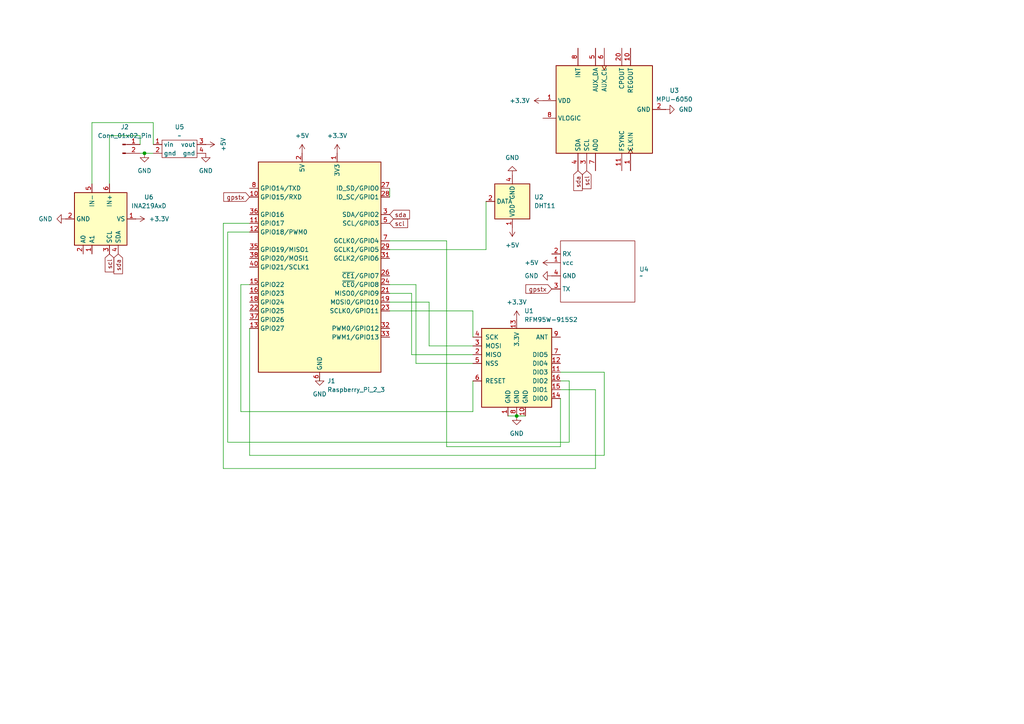
<source format=kicad_sch>
(kicad_sch
	(version 20231120)
	(generator "eeschema")
	(generator_version "8.0")
	(uuid "eb3e5af8-c1c6-480d-9e47-aaa7928caff6")
	(paper "A4")
	(lib_symbols
		(symbol "Connector:Conn_01x02_Pin"
			(pin_names
				(offset 1.016) hide)
			(exclude_from_sim no)
			(in_bom yes)
			(on_board yes)
			(property "Reference" "J"
				(at 0 2.54 0)
				(effects
					(font
						(size 1.27 1.27)
					)
				)
			)
			(property "Value" "Conn_01x02_Pin"
				(at 0 -5.08 0)
				(effects
					(font
						(size 1.27 1.27)
					)
				)
			)
			(property "Footprint" ""
				(at 0 0 0)
				(effects
					(font
						(size 1.27 1.27)
					)
					(hide yes)
				)
			)
			(property "Datasheet" "~"
				(at 0 0 0)
				(effects
					(font
						(size 1.27 1.27)
					)
					(hide yes)
				)
			)
			(property "Description" "Generic connector, single row, 01x02, script generated"
				(at 0 0 0)
				(effects
					(font
						(size 1.27 1.27)
					)
					(hide yes)
				)
			)
			(property "ki_locked" ""
				(at 0 0 0)
				(effects
					(font
						(size 1.27 1.27)
					)
				)
			)
			(property "ki_keywords" "connector"
				(at 0 0 0)
				(effects
					(font
						(size 1.27 1.27)
					)
					(hide yes)
				)
			)
			(property "ki_fp_filters" "Connector*:*_1x??_*"
				(at 0 0 0)
				(effects
					(font
						(size 1.27 1.27)
					)
					(hide yes)
				)
			)
			(symbol "Conn_01x02_Pin_1_1"
				(polyline
					(pts
						(xy 1.27 -2.54) (xy 0.8636 -2.54)
					)
					(stroke
						(width 0.1524)
						(type default)
					)
					(fill
						(type none)
					)
				)
				(polyline
					(pts
						(xy 1.27 0) (xy 0.8636 0)
					)
					(stroke
						(width 0.1524)
						(type default)
					)
					(fill
						(type none)
					)
				)
				(rectangle
					(start 0.8636 -2.413)
					(end 0 -2.667)
					(stroke
						(width 0.1524)
						(type default)
					)
					(fill
						(type outline)
					)
				)
				(rectangle
					(start 0.8636 0.127)
					(end 0 -0.127)
					(stroke
						(width 0.1524)
						(type default)
					)
					(fill
						(type outline)
					)
				)
				(pin passive line
					(at 5.08 0 180)
					(length 3.81)
					(name "Pin_1"
						(effects
							(font
								(size 1.27 1.27)
							)
						)
					)
					(number "1"
						(effects
							(font
								(size 1.27 1.27)
							)
						)
					)
				)
				(pin passive line
					(at 5.08 -2.54 180)
					(length 3.81)
					(name "Pin_2"
						(effects
							(font
								(size 1.27 1.27)
							)
						)
					)
					(number "2"
						(effects
							(font
								(size 1.27 1.27)
							)
						)
					)
				)
			)
		)
		(symbol "Connector:Raspberry_Pi_2_3"
			(exclude_from_sim no)
			(in_bom yes)
			(on_board yes)
			(property "Reference" "J"
				(at -17.78 31.75 0)
				(effects
					(font
						(size 1.27 1.27)
					)
					(justify left bottom)
				)
			)
			(property "Value" "Raspberry_Pi_2_3"
				(at 10.16 -31.75 0)
				(effects
					(font
						(size 1.27 1.27)
					)
					(justify left top)
				)
			)
			(property "Footprint" ""
				(at 0 0 0)
				(effects
					(font
						(size 1.27 1.27)
					)
					(hide yes)
				)
			)
			(property "Datasheet" "https://www.raspberrypi.org/documentation/hardware/raspberrypi/schematics/rpi_SCH_3bplus_1p0_reduced.pdf"
				(at 60.96 -44.45 0)
				(effects
					(font
						(size 1.27 1.27)
					)
					(hide yes)
				)
			)
			(property "Description" "expansion header for Raspberry Pi 2 & 3"
				(at 0 0 0)
				(effects
					(font
						(size 1.27 1.27)
					)
					(hide yes)
				)
			)
			(property "ki_keywords" "raspberrypi gpio"
				(at 0 0 0)
				(effects
					(font
						(size 1.27 1.27)
					)
					(hide yes)
				)
			)
			(property "ki_fp_filters" "PinHeader*2x20*P2.54mm*Vertical* PinSocket*2x20*P2.54mm*Vertical*"
				(at 0 0 0)
				(effects
					(font
						(size 1.27 1.27)
					)
					(hide yes)
				)
			)
			(symbol "Raspberry_Pi_2_3_0_1"
				(rectangle
					(start -17.78 30.48)
					(end 17.78 -30.48)
					(stroke
						(width 0.254)
						(type default)
					)
					(fill
						(type background)
					)
				)
			)
			(symbol "Raspberry_Pi_2_3_1_1"
				(pin power_in line
					(at 5.08 33.02 270)
					(length 2.54)
					(name "3V3"
						(effects
							(font
								(size 1.27 1.27)
							)
						)
					)
					(number "1"
						(effects
							(font
								(size 1.27 1.27)
							)
						)
					)
				)
				(pin bidirectional line
					(at -20.32 20.32 0)
					(length 2.54)
					(name "GPIO15/RXD"
						(effects
							(font
								(size 1.27 1.27)
							)
						)
					)
					(number "10"
						(effects
							(font
								(size 1.27 1.27)
							)
						)
					)
				)
				(pin bidirectional line
					(at -20.32 12.7 0)
					(length 2.54)
					(name "GPIO17"
						(effects
							(font
								(size 1.27 1.27)
							)
						)
					)
					(number "11"
						(effects
							(font
								(size 1.27 1.27)
							)
						)
					)
				)
				(pin bidirectional line
					(at -20.32 10.16 0)
					(length 2.54)
					(name "GPIO18/PWM0"
						(effects
							(font
								(size 1.27 1.27)
							)
						)
					)
					(number "12"
						(effects
							(font
								(size 1.27 1.27)
							)
						)
					)
				)
				(pin bidirectional line
					(at -20.32 -17.78 0)
					(length 2.54)
					(name "GPIO27"
						(effects
							(font
								(size 1.27 1.27)
							)
						)
					)
					(number "13"
						(effects
							(font
								(size 1.27 1.27)
							)
						)
					)
				)
				(pin passive line
					(at 0 -33.02 90)
					(length 2.54) hide
					(name "GND"
						(effects
							(font
								(size 1.27 1.27)
							)
						)
					)
					(number "14"
						(effects
							(font
								(size 1.27 1.27)
							)
						)
					)
				)
				(pin bidirectional line
					(at -20.32 -5.08 0)
					(length 2.54)
					(name "GPIO22"
						(effects
							(font
								(size 1.27 1.27)
							)
						)
					)
					(number "15"
						(effects
							(font
								(size 1.27 1.27)
							)
						)
					)
				)
				(pin bidirectional line
					(at -20.32 -7.62 0)
					(length 2.54)
					(name "GPIO23"
						(effects
							(font
								(size 1.27 1.27)
							)
						)
					)
					(number "16"
						(effects
							(font
								(size 1.27 1.27)
							)
						)
					)
				)
				(pin passive line
					(at 5.08 33.02 270)
					(length 2.54) hide
					(name "3V3"
						(effects
							(font
								(size 1.27 1.27)
							)
						)
					)
					(number "17"
						(effects
							(font
								(size 1.27 1.27)
							)
						)
					)
				)
				(pin bidirectional line
					(at -20.32 -10.16 0)
					(length 2.54)
					(name "GPIO24"
						(effects
							(font
								(size 1.27 1.27)
							)
						)
					)
					(number "18"
						(effects
							(font
								(size 1.27 1.27)
							)
						)
					)
				)
				(pin bidirectional line
					(at 20.32 -10.16 180)
					(length 2.54)
					(name "MOSI0/GPIO10"
						(effects
							(font
								(size 1.27 1.27)
							)
						)
					)
					(number "19"
						(effects
							(font
								(size 1.27 1.27)
							)
						)
					)
				)
				(pin power_in line
					(at -5.08 33.02 270)
					(length 2.54)
					(name "5V"
						(effects
							(font
								(size 1.27 1.27)
							)
						)
					)
					(number "2"
						(effects
							(font
								(size 1.27 1.27)
							)
						)
					)
				)
				(pin passive line
					(at 0 -33.02 90)
					(length 2.54) hide
					(name "GND"
						(effects
							(font
								(size 1.27 1.27)
							)
						)
					)
					(number "20"
						(effects
							(font
								(size 1.27 1.27)
							)
						)
					)
				)
				(pin bidirectional line
					(at 20.32 -7.62 180)
					(length 2.54)
					(name "MISO0/GPIO9"
						(effects
							(font
								(size 1.27 1.27)
							)
						)
					)
					(number "21"
						(effects
							(font
								(size 1.27 1.27)
							)
						)
					)
				)
				(pin bidirectional line
					(at -20.32 -12.7 0)
					(length 2.54)
					(name "GPIO25"
						(effects
							(font
								(size 1.27 1.27)
							)
						)
					)
					(number "22"
						(effects
							(font
								(size 1.27 1.27)
							)
						)
					)
				)
				(pin bidirectional line
					(at 20.32 -12.7 180)
					(length 2.54)
					(name "SCLK0/GPIO11"
						(effects
							(font
								(size 1.27 1.27)
							)
						)
					)
					(number "23"
						(effects
							(font
								(size 1.27 1.27)
							)
						)
					)
				)
				(pin bidirectional line
					(at 20.32 -5.08 180)
					(length 2.54)
					(name "~{CE0}/GPIO8"
						(effects
							(font
								(size 1.27 1.27)
							)
						)
					)
					(number "24"
						(effects
							(font
								(size 1.27 1.27)
							)
						)
					)
				)
				(pin passive line
					(at 0 -33.02 90)
					(length 2.54) hide
					(name "GND"
						(effects
							(font
								(size 1.27 1.27)
							)
						)
					)
					(number "25"
						(effects
							(font
								(size 1.27 1.27)
							)
						)
					)
				)
				(pin bidirectional line
					(at 20.32 -2.54 180)
					(length 2.54)
					(name "~{CE1}/GPIO7"
						(effects
							(font
								(size 1.27 1.27)
							)
						)
					)
					(number "26"
						(effects
							(font
								(size 1.27 1.27)
							)
						)
					)
				)
				(pin bidirectional line
					(at 20.32 22.86 180)
					(length 2.54)
					(name "ID_SD/GPIO0"
						(effects
							(font
								(size 1.27 1.27)
							)
						)
					)
					(number "27"
						(effects
							(font
								(size 1.27 1.27)
							)
						)
					)
				)
				(pin bidirectional line
					(at 20.32 20.32 180)
					(length 2.54)
					(name "ID_SC/GPIO1"
						(effects
							(font
								(size 1.27 1.27)
							)
						)
					)
					(number "28"
						(effects
							(font
								(size 1.27 1.27)
							)
						)
					)
				)
				(pin bidirectional line
					(at 20.32 5.08 180)
					(length 2.54)
					(name "GCLK1/GPIO5"
						(effects
							(font
								(size 1.27 1.27)
							)
						)
					)
					(number "29"
						(effects
							(font
								(size 1.27 1.27)
							)
						)
					)
				)
				(pin bidirectional line
					(at 20.32 15.24 180)
					(length 2.54)
					(name "SDA/GPIO2"
						(effects
							(font
								(size 1.27 1.27)
							)
						)
					)
					(number "3"
						(effects
							(font
								(size 1.27 1.27)
							)
						)
					)
				)
				(pin passive line
					(at 0 -33.02 90)
					(length 2.54) hide
					(name "GND"
						(effects
							(font
								(size 1.27 1.27)
							)
						)
					)
					(number "30"
						(effects
							(font
								(size 1.27 1.27)
							)
						)
					)
				)
				(pin bidirectional line
					(at 20.32 2.54 180)
					(length 2.54)
					(name "GCLK2/GPIO6"
						(effects
							(font
								(size 1.27 1.27)
							)
						)
					)
					(number "31"
						(effects
							(font
								(size 1.27 1.27)
							)
						)
					)
				)
				(pin bidirectional line
					(at 20.32 -17.78 180)
					(length 2.54)
					(name "PWM0/GPIO12"
						(effects
							(font
								(size 1.27 1.27)
							)
						)
					)
					(number "32"
						(effects
							(font
								(size 1.27 1.27)
							)
						)
					)
				)
				(pin bidirectional line
					(at 20.32 -20.32 180)
					(length 2.54)
					(name "PWM1/GPIO13"
						(effects
							(font
								(size 1.27 1.27)
							)
						)
					)
					(number "33"
						(effects
							(font
								(size 1.27 1.27)
							)
						)
					)
				)
				(pin passive line
					(at 0 -33.02 90)
					(length 2.54) hide
					(name "GND"
						(effects
							(font
								(size 1.27 1.27)
							)
						)
					)
					(number "34"
						(effects
							(font
								(size 1.27 1.27)
							)
						)
					)
				)
				(pin bidirectional line
					(at -20.32 5.08 0)
					(length 2.54)
					(name "GPIO19/MISO1"
						(effects
							(font
								(size 1.27 1.27)
							)
						)
					)
					(number "35"
						(effects
							(font
								(size 1.27 1.27)
							)
						)
					)
				)
				(pin bidirectional line
					(at -20.32 15.24 0)
					(length 2.54)
					(name "GPIO16"
						(effects
							(font
								(size 1.27 1.27)
							)
						)
					)
					(number "36"
						(effects
							(font
								(size 1.27 1.27)
							)
						)
					)
				)
				(pin bidirectional line
					(at -20.32 -15.24 0)
					(length 2.54)
					(name "GPIO26"
						(effects
							(font
								(size 1.27 1.27)
							)
						)
					)
					(number "37"
						(effects
							(font
								(size 1.27 1.27)
							)
						)
					)
				)
				(pin bidirectional line
					(at -20.32 2.54 0)
					(length 2.54)
					(name "GPIO20/MOSI1"
						(effects
							(font
								(size 1.27 1.27)
							)
						)
					)
					(number "38"
						(effects
							(font
								(size 1.27 1.27)
							)
						)
					)
				)
				(pin passive line
					(at 0 -33.02 90)
					(length 2.54) hide
					(name "GND"
						(effects
							(font
								(size 1.27 1.27)
							)
						)
					)
					(number "39"
						(effects
							(font
								(size 1.27 1.27)
							)
						)
					)
				)
				(pin passive line
					(at -5.08 33.02 270)
					(length 2.54) hide
					(name "5V"
						(effects
							(font
								(size 1.27 1.27)
							)
						)
					)
					(number "4"
						(effects
							(font
								(size 1.27 1.27)
							)
						)
					)
				)
				(pin bidirectional line
					(at -20.32 0 0)
					(length 2.54)
					(name "GPIO21/SCLK1"
						(effects
							(font
								(size 1.27 1.27)
							)
						)
					)
					(number "40"
						(effects
							(font
								(size 1.27 1.27)
							)
						)
					)
				)
				(pin bidirectional line
					(at 20.32 12.7 180)
					(length 2.54)
					(name "SCL/GPIO3"
						(effects
							(font
								(size 1.27 1.27)
							)
						)
					)
					(number "5"
						(effects
							(font
								(size 1.27 1.27)
							)
						)
					)
				)
				(pin power_in line
					(at 0 -33.02 90)
					(length 2.54)
					(name "GND"
						(effects
							(font
								(size 1.27 1.27)
							)
						)
					)
					(number "6"
						(effects
							(font
								(size 1.27 1.27)
							)
						)
					)
				)
				(pin bidirectional line
					(at 20.32 7.62 180)
					(length 2.54)
					(name "GCLK0/GPIO4"
						(effects
							(font
								(size 1.27 1.27)
							)
						)
					)
					(number "7"
						(effects
							(font
								(size 1.27 1.27)
							)
						)
					)
				)
				(pin bidirectional line
					(at -20.32 22.86 0)
					(length 2.54)
					(name "GPIO14/TXD"
						(effects
							(font
								(size 1.27 1.27)
							)
						)
					)
					(number "8"
						(effects
							(font
								(size 1.27 1.27)
							)
						)
					)
				)
				(pin passive line
					(at 0 -33.02 90)
					(length 2.54) hide
					(name "GND"
						(effects
							(font
								(size 1.27 1.27)
							)
						)
					)
					(number "9"
						(effects
							(font
								(size 1.27 1.27)
							)
						)
					)
				)
			)
		)
		(symbol "RF_Module:RFM95W-915S2"
			(pin_names
				(offset 1.016)
			)
			(exclude_from_sim no)
			(in_bom yes)
			(on_board yes)
			(property "Reference" "U"
				(at -10.414 11.684 0)
				(effects
					(font
						(size 1.27 1.27)
					)
					(justify left)
				)
			)
			(property "Value" "RFM95W-915S2"
				(at 1.524 11.43 0)
				(effects
					(font
						(size 1.27 1.27)
					)
					(justify left)
				)
			)
			(property "Footprint" ""
				(at -83.82 41.91 0)
				(effects
					(font
						(size 1.27 1.27)
					)
					(hide yes)
				)
			)
			(property "Datasheet" "https://www.hoperf.com/data/upload/portal/20181127/5bfcbea20e9ef.pdf"
				(at -83.82 41.91 0)
				(effects
					(font
						(size 1.27 1.27)
					)
					(hide yes)
				)
			)
			(property "Description" "Low power long range transceiver module, SPI and parallel interface, 915 MHz, spreading factor 6 to12, bandwidth 7.8 to 500kHz, -111 to -148 dBm, SMD-16, DIP-16"
				(at 0 0 0)
				(effects
					(font
						(size 1.27 1.27)
					)
					(hide yes)
				)
			)
			(property "ki_keywords" "Low power long range transceiver module"
				(at 0 0 0)
				(effects
					(font
						(size 1.27 1.27)
					)
					(hide yes)
				)
			)
			(property "ki_fp_filters" "HOPERF*RFM9XW*"
				(at 0 0 0)
				(effects
					(font
						(size 1.27 1.27)
					)
					(hide yes)
				)
			)
			(symbol "RFM95W-915S2_0_1"
				(rectangle
					(start -10.16 10.16)
					(end 10.16 -12.7)
					(stroke
						(width 0.254)
						(type default)
					)
					(fill
						(type background)
					)
				)
			)
			(symbol "RFM95W-915S2_1_1"
				(pin power_in line
					(at -2.54 -15.24 90)
					(length 2.54)
					(name "GND"
						(effects
							(font
								(size 1.27 1.27)
							)
						)
					)
					(number "1"
						(effects
							(font
								(size 1.27 1.27)
							)
						)
					)
				)
				(pin power_in line
					(at 2.54 -15.24 90)
					(length 2.54)
					(name "GND"
						(effects
							(font
								(size 1.27 1.27)
							)
						)
					)
					(number "10"
						(effects
							(font
								(size 1.27 1.27)
							)
						)
					)
				)
				(pin bidirectional line
					(at 12.7 -2.54 180)
					(length 2.54)
					(name "DIO3"
						(effects
							(font
								(size 1.27 1.27)
							)
						)
					)
					(number "11"
						(effects
							(font
								(size 1.27 1.27)
							)
						)
					)
				)
				(pin bidirectional line
					(at 12.7 0 180)
					(length 2.54)
					(name "DIO4"
						(effects
							(font
								(size 1.27 1.27)
							)
						)
					)
					(number "12"
						(effects
							(font
								(size 1.27 1.27)
							)
						)
					)
				)
				(pin power_in line
					(at 0 12.7 270)
					(length 2.54)
					(name "3.3V"
						(effects
							(font
								(size 1.27 1.27)
							)
						)
					)
					(number "13"
						(effects
							(font
								(size 1.27 1.27)
							)
						)
					)
				)
				(pin bidirectional line
					(at 12.7 -10.16 180)
					(length 2.54)
					(name "DIO0"
						(effects
							(font
								(size 1.27 1.27)
							)
						)
					)
					(number "14"
						(effects
							(font
								(size 1.27 1.27)
							)
						)
					)
				)
				(pin bidirectional line
					(at 12.7 -7.62 180)
					(length 2.54)
					(name "DIO1"
						(effects
							(font
								(size 1.27 1.27)
							)
						)
					)
					(number "15"
						(effects
							(font
								(size 1.27 1.27)
							)
						)
					)
				)
				(pin bidirectional line
					(at 12.7 -5.08 180)
					(length 2.54)
					(name "DIO2"
						(effects
							(font
								(size 1.27 1.27)
							)
						)
					)
					(number "16"
						(effects
							(font
								(size 1.27 1.27)
							)
						)
					)
				)
				(pin output line
					(at -12.7 2.54 0)
					(length 2.54)
					(name "MISO"
						(effects
							(font
								(size 1.27 1.27)
							)
						)
					)
					(number "2"
						(effects
							(font
								(size 1.27 1.27)
							)
						)
					)
				)
				(pin input line
					(at -12.7 5.08 0)
					(length 2.54)
					(name "MOSI"
						(effects
							(font
								(size 1.27 1.27)
							)
						)
					)
					(number "3"
						(effects
							(font
								(size 1.27 1.27)
							)
						)
					)
				)
				(pin input line
					(at -12.7 7.62 0)
					(length 2.54)
					(name "SCK"
						(effects
							(font
								(size 1.27 1.27)
							)
						)
					)
					(number "4"
						(effects
							(font
								(size 1.27 1.27)
							)
						)
					)
				)
				(pin input line
					(at -12.7 0 0)
					(length 2.54)
					(name "NSS"
						(effects
							(font
								(size 1.27 1.27)
							)
						)
					)
					(number "5"
						(effects
							(font
								(size 1.27 1.27)
							)
						)
					)
				)
				(pin bidirectional line
					(at -12.7 -5.08 0)
					(length 2.54)
					(name "RESET"
						(effects
							(font
								(size 1.27 1.27)
							)
						)
					)
					(number "6"
						(effects
							(font
								(size 1.27 1.27)
							)
						)
					)
				)
				(pin bidirectional line
					(at 12.7 2.54 180)
					(length 2.54)
					(name "DIO5"
						(effects
							(font
								(size 1.27 1.27)
							)
						)
					)
					(number "7"
						(effects
							(font
								(size 1.27 1.27)
							)
						)
					)
				)
				(pin power_in line
					(at 0 -15.24 90)
					(length 2.54)
					(name "GND"
						(effects
							(font
								(size 1.27 1.27)
							)
						)
					)
					(number "8"
						(effects
							(font
								(size 1.27 1.27)
							)
						)
					)
				)
				(pin bidirectional line
					(at 12.7 7.62 180)
					(length 2.54)
					(name "ANT"
						(effects
							(font
								(size 1.27 1.27)
							)
						)
					)
					(number "9"
						(effects
							(font
								(size 1.27 1.27)
							)
						)
					)
				)
			)
		)
		(symbol "Sensor:DHT11"
			(exclude_from_sim no)
			(in_bom yes)
			(on_board yes)
			(property "Reference" "U"
				(at -3.81 6.35 0)
				(effects
					(font
						(size 1.27 1.27)
					)
				)
			)
			(property "Value" "DHT11"
				(at 3.81 6.35 0)
				(effects
					(font
						(size 1.27 1.27)
					)
				)
			)
			(property "Footprint" "Sensor:Aosong_DHT11_5.5x12.0_P2.54mm"
				(at 0 -10.16 0)
				(effects
					(font
						(size 1.27 1.27)
					)
					(hide yes)
				)
			)
			(property "Datasheet" "http://akizukidenshi.com/download/ds/aosong/DHT11.pdf"
				(at 3.81 6.35 0)
				(effects
					(font
						(size 1.27 1.27)
					)
					(hide yes)
				)
			)
			(property "Description" "3.3V to 5.5V, temperature and humidity module, DHT11"
				(at 0 0 0)
				(effects
					(font
						(size 1.27 1.27)
					)
					(hide yes)
				)
			)
			(property "ki_keywords" "digital sensor"
				(at 0 0 0)
				(effects
					(font
						(size 1.27 1.27)
					)
					(hide yes)
				)
			)
			(property "ki_fp_filters" "Aosong*DHT11*5.5x12.0*P2.54mm*"
				(at 0 0 0)
				(effects
					(font
						(size 1.27 1.27)
					)
					(hide yes)
				)
			)
			(symbol "DHT11_0_1"
				(rectangle
					(start -5.08 5.08)
					(end 5.08 -5.08)
					(stroke
						(width 0.254)
						(type default)
					)
					(fill
						(type background)
					)
				)
			)
			(symbol "DHT11_1_1"
				(pin power_in line
					(at 0 7.62 270)
					(length 2.54)
					(name "VDD"
						(effects
							(font
								(size 1.27 1.27)
							)
						)
					)
					(number "1"
						(effects
							(font
								(size 1.27 1.27)
							)
						)
					)
				)
				(pin bidirectional line
					(at 7.62 0 180)
					(length 2.54)
					(name "DATA"
						(effects
							(font
								(size 1.27 1.27)
							)
						)
					)
					(number "2"
						(effects
							(font
								(size 1.27 1.27)
							)
						)
					)
				)
				(pin no_connect line
					(at -5.08 0 0)
					(length 2.54) hide
					(name "NC"
						(effects
							(font
								(size 1.27 1.27)
							)
						)
					)
					(number "3"
						(effects
							(font
								(size 1.27 1.27)
							)
						)
					)
				)
				(pin power_in line
					(at 0 -7.62 90)
					(length 2.54)
					(name "GND"
						(effects
							(font
								(size 1.27 1.27)
							)
						)
					)
					(number "4"
						(effects
							(font
								(size 1.27 1.27)
							)
						)
					)
				)
			)
		)
		(symbol "Sensor_Energy:INA219AxD"
			(exclude_from_sim no)
			(in_bom yes)
			(on_board yes)
			(property "Reference" "U6"
				(at -6.3186 13.97 90)
				(effects
					(font
						(size 1.27 1.27)
					)
				)
			)
			(property "Value" "INA219AxD"
				(at -3.7786 13.97 90)
				(effects
					(font
						(size 1.27 1.27)
					)
				)
			)
			(property "Footprint" "Connector_PinSocket_2.54mm:PinSocket_1x06_P2.54mm_Vertical"
				(at 20.32 -8.89 0)
				(effects
					(font
						(size 1.27 1.27)
					)
					(hide yes)
				)
			)
			(property "Datasheet" "http://www.ti.com/lit/ds/symlink/ina219.pdf"
				(at 8.89 -2.54 0)
				(effects
					(font
						(size 1.27 1.27)
					)
					(hide yes)
				)
			)
			(property "Description" "Zero-Drift, Bidirectional Current/Power Monitor (0-26V) With I2C Interface, SOIC-8"
				(at 0 0 0)
				(effects
					(font
						(size 1.27 1.27)
					)
					(hide yes)
				)
			)
			(property "ki_keywords" "ADC I2C 16-Bit Oversampling Current Shunt"
				(at 0 0 0)
				(effects
					(font
						(size 1.27 1.27)
					)
					(hide yes)
				)
			)
			(property "ki_fp_filters" "SOIC*3.9x4.9mm*P1.27mm*"
				(at 0 0 0)
				(effects
					(font
						(size 1.27 1.27)
					)
					(hide yes)
				)
			)
			(symbol "INA219AxD_0_1"
				(rectangle
					(start -7.62 7.62)
					(end 7.62 -7.62)
					(stroke
						(width 0.254)
						(type default)
					)
					(fill
						(type background)
					)
				)
			)
			(symbol "INA219AxD_1_1"
				(pin input line
					(at 10.16 -2.54 180)
					(length 2.54)
					(name "A1"
						(effects
							(font
								(size 1.27 1.27)
							)
						)
					)
					(number "1"
						(effects
							(font
								(size 1.27 1.27)
							)
						)
					)
				)
				(pin power_in line
					(at 0 10.16 270)
					(length 2.54)
					(name "VS"
						(effects
							(font
								(size 1.27 1.27)
							)
						)
					)
					(number "1"
						(effects
							(font
								(size 1.27 1.27)
							)
						)
					)
				)
				(pin input line
					(at 10.16 -5.08 180)
					(length 2.54)
					(name "A0"
						(effects
							(font
								(size 1.27 1.27)
							)
						)
					)
					(number "2"
						(effects
							(font
								(size 1.27 1.27)
							)
						)
					)
				)
				(pin power_in line
					(at 0 -10.16 90)
					(length 2.54)
					(name "GND"
						(effects
							(font
								(size 1.27 1.27)
							)
						)
					)
					(number "2"
						(effects
							(font
								(size 1.27 1.27)
							)
						)
					)
				)
				(pin input line
					(at 10.16 2.54 180)
					(length 2.54)
					(name "SCL"
						(effects
							(font
								(size 1.27 1.27)
							)
						)
					)
					(number "3"
						(effects
							(font
								(size 1.27 1.27)
							)
						)
					)
				)
				(pin bidirectional line
					(at 10.16 5.08 180)
					(length 2.54)
					(name "SDA"
						(effects
							(font
								(size 1.27 1.27)
							)
						)
					)
					(number "4"
						(effects
							(font
								(size 1.27 1.27)
							)
						)
					)
				)
				(pin input line
					(at -10.16 -2.54 0)
					(length 2.54)
					(name "IN-"
						(effects
							(font
								(size 1.27 1.27)
							)
						)
					)
					(number "5"
						(effects
							(font
								(size 1.27 1.27)
							)
						)
					)
				)
				(pin input line
					(at -10.16 2.54 0)
					(length 2.54)
					(name "IN+"
						(effects
							(font
								(size 1.27 1.27)
							)
						)
					)
					(number "6"
						(effects
							(font
								(size 1.27 1.27)
							)
						)
					)
				)
			)
		)
		(symbol "Sensor_Motion:MPU-6050"
			(exclude_from_sim no)
			(in_bom yes)
			(on_board yes)
			(property "Reference" "U3"
				(at 5.4962 -20.32 90)
				(effects
					(font
						(size 1.27 1.27)
					)
				)
			)
			(property "Value" "MPU-6050"
				(at 2.9562 -20.32 90)
				(effects
					(font
						(size 1.27 1.27)
					)
				)
			)
			(property "Footprint" "Connector_PinSocket_2.54mm:PinSocket_1x08_P2.54mm_Vertical"
				(at 0 -20.32 0)
				(effects
					(font
						(size 1.27 1.27)
					)
					(hide yes)
				)
			)
			(property "Datasheet" "https://invensense.tdk.com/wp-content/uploads/2015/02/MPU-6000-Datasheet1.pdf"
				(at 0 -3.81 0)
				(effects
					(font
						(size 1.27 1.27)
					)
					(hide yes)
				)
			)
			(property "Description" "InvenSense 6-Axis Motion Sensor, Gyroscope, Accelerometer, I2C"
				(at 0 0 0)
				(effects
					(font
						(size 1.27 1.27)
					)
					(hide yes)
				)
			)
			(property "ki_keywords" "mems"
				(at 0 0 0)
				(effects
					(font
						(size 1.27 1.27)
					)
					(hide yes)
				)
			)
			(property "ki_fp_filters" "*QFN*4x4mm*P0.5mm*"
				(at 0 0 0)
				(effects
					(font
						(size 1.27 1.27)
					)
					(hide yes)
				)
			)
			(symbol "MPU-6050_0_0"
				(text ""
					(at 12.7 -2.54 0)
					(effects
						(font
							(size 1.27 1.27)
						)
					)
				)
			)
			(symbol "MPU-6050_0_1"
				(rectangle
					(start -12.7 13.97)
					(end 12.7 -13.97)
					(stroke
						(width 0.254)
						(type default)
					)
					(fill
						(type background)
					)
				)
			)
			(symbol "MPU-6050_1_1"
				(pin input clock
					(at -17.78 -7.62 0)
					(length 5.08)
					(name "CLKIN"
						(effects
							(font
								(size 1.27 1.27)
							)
						)
					)
					(number "1"
						(effects
							(font
								(size 1.27 1.27)
							)
						)
					)
				)
				(pin power_in line
					(at 2.54 17.78 270)
					(length 3.81)
					(name "VDD"
						(effects
							(font
								(size 1.27 1.27)
							)
						)
					)
					(number "1"
						(effects
							(font
								(size 1.27 1.27)
							)
						)
					)
				)
				(pin passive line
					(at 17.78 -7.62 180)
					(length 5.08)
					(name "REGOUT"
						(effects
							(font
								(size 1.27 1.27)
							)
						)
					)
					(number "10"
						(effects
							(font
								(size 1.27 1.27)
							)
						)
					)
				)
				(pin input line
					(at -17.78 -5.08 0)
					(length 5.08)
					(name "FSYNC"
						(effects
							(font
								(size 1.27 1.27)
							)
						)
					)
					(number "11"
						(effects
							(font
								(size 1.27 1.27)
							)
						)
					)
				)
				(pin no_connect line
					(at -12.7 -10.16 0)
					(length 2.54) hide
					(name "NC"
						(effects
							(font
								(size 1.27 1.27)
							)
						)
					)
					(number "14"
						(effects
							(font
								(size 1.27 1.27)
							)
						)
					)
				)
				(pin no_connect line
					(at 12.7 12.7 180)
					(length 2.54) hide
					(name "NC"
						(effects
							(font
								(size 1.27 1.27)
							)
						)
					)
					(number "15"
						(effects
							(font
								(size 1.27 1.27)
							)
						)
					)
				)
				(pin no_connect line
					(at 12.7 10.16 180)
					(length 2.54) hide
					(name "NC"
						(effects
							(font
								(size 1.27 1.27)
							)
						)
					)
					(number "16"
						(effects
							(font
								(size 1.27 1.27)
							)
						)
					)
				)
				(pin no_connect line
					(at 12.7 5.08 180)
					(length 2.54) hide
					(name "NC"
						(effects
							(font
								(size 1.27 1.27)
							)
						)
					)
					(number "17"
						(effects
							(font
								(size 1.27 1.27)
							)
						)
					)
				)
				(pin no_connect line
					(at 12.7 -10.16 180)
					(length 2.54) hide
					(name "RESV"
						(effects
							(font
								(size 1.27 1.27)
							)
						)
					)
					(number "19"
						(effects
							(font
								(size 1.27 1.27)
							)
						)
					)
				)
				(pin power_in line
					(at 0 -17.78 90)
					(length 3.81)
					(name "GND"
						(effects
							(font
								(size 1.27 1.27)
							)
						)
					)
					(number "2"
						(effects
							(font
								(size 1.27 1.27)
							)
						)
					)
				)
				(pin no_connect line
					(at -12.7 12.7 0)
					(length 2.54) hide
					(name "NC"
						(effects
							(font
								(size 1.27 1.27)
							)
						)
					)
					(number "2"
						(effects
							(font
								(size 1.27 1.27)
							)
						)
					)
				)
				(pin passive line
					(at 17.78 -5.08 180)
					(length 5.08)
					(name "CPOUT"
						(effects
							(font
								(size 1.27 1.27)
							)
						)
					)
					(number "20"
						(effects
							(font
								(size 1.27 1.27)
							)
						)
					)
				)
				(pin no_connect line
					(at 12.7 -2.54 180)
					(length 2.54) hide
					(name "RESV"
						(effects
							(font
								(size 1.27 1.27)
							)
						)
					)
					(number "21"
						(effects
							(font
								(size 1.27 1.27)
							)
						)
					)
				)
				(pin no_connect line
					(at 12.7 -12.7 180)
					(length 2.54) hide
					(name "RESV"
						(effects
							(font
								(size 1.27 1.27)
							)
						)
					)
					(number "22"
						(effects
							(font
								(size 1.27 1.27)
							)
						)
					)
				)
				(pin no_connect line
					(at -12.7 10.16 0)
					(length 2.54) hide
					(name "NC"
						(effects
							(font
								(size 1.27 1.27)
							)
						)
					)
					(number "3"
						(effects
							(font
								(size 1.27 1.27)
							)
						)
					)
				)
				(pin input line
					(at -17.78 5.08 0)
					(length 5.08)
					(name "SCL"
						(effects
							(font
								(size 1.27 1.27)
							)
						)
					)
					(number "3"
						(effects
							(font
								(size 1.27 1.27)
							)
						)
					)
				)
				(pin no_connect line
					(at -12.7 0 0)
					(length 2.54) hide
					(name "NC"
						(effects
							(font
								(size 1.27 1.27)
							)
						)
					)
					(number "4"
						(effects
							(font
								(size 1.27 1.27)
							)
						)
					)
				)
				(pin bidirectional line
					(at -17.78 7.62 0)
					(length 5.08)
					(name "SDA"
						(effects
							(font
								(size 1.27 1.27)
							)
						)
					)
					(number "4"
						(effects
							(font
								(size 1.27 1.27)
							)
						)
					)
				)
				(pin bidirectional line
					(at 17.78 2.54 180)
					(length 5.08)
					(name "AUX_DA"
						(effects
							(font
								(size 1.27 1.27)
							)
						)
					)
					(number "5"
						(effects
							(font
								(size 1.27 1.27)
							)
						)
					)
				)
				(pin no_connect line
					(at -12.7 -2.54 0)
					(length 2.54) hide
					(name "NC"
						(effects
							(font
								(size 1.27 1.27)
							)
						)
					)
					(number "5"
						(effects
							(font
								(size 1.27 1.27)
							)
						)
					)
				)
				(pin output clock
					(at 17.78 0 180)
					(length 5.08)
					(name "AUX_CL"
						(effects
							(font
								(size 1.27 1.27)
							)
						)
					)
					(number "6"
						(effects
							(font
								(size 1.27 1.27)
							)
						)
					)
				)
				(pin input line
					(at -17.78 2.54 0)
					(length 5.08)
					(name "AD0"
						(effects
							(font
								(size 1.27 1.27)
							)
						)
					)
					(number "7"
						(effects
							(font
								(size 1.27 1.27)
							)
						)
					)
				)
				(pin output line
					(at 17.78 7.62 180)
					(length 5.08)
					(name "INT"
						(effects
							(font
								(size 1.27 1.27)
							)
						)
					)
					(number "8"
						(effects
							(font
								(size 1.27 1.27)
							)
						)
					)
				)
				(pin power_in line
					(at -2.54 17.78 270)
					(length 3.81)
					(name "VLOGIC"
						(effects
							(font
								(size 1.27 1.27)
							)
						)
					)
					(number "8"
						(effects
							(font
								(size 1.27 1.27)
							)
						)
					)
				)
			)
		)
		(symbol "custom:buck"
			(exclude_from_sim no)
			(in_bom yes)
			(on_board yes)
			(property "Reference" "U"
				(at 0 0 0)
				(effects
					(font
						(size 1.27 1.27)
					)
				)
			)
			(property "Value" ""
				(at 0 0 0)
				(effects
					(font
						(size 1.27 1.27)
					)
				)
			)
			(property "Footprint" ""
				(at 0 0 0)
				(effects
					(font
						(size 1.27 1.27)
					)
					(hide yes)
				)
			)
			(property "Datasheet" ""
				(at 0 0 0)
				(effects
					(font
						(size 1.27 1.27)
					)
					(hide yes)
				)
			)
			(property "Description" ""
				(at 0 0 0)
				(effects
					(font
						(size 1.27 1.27)
					)
					(hide yes)
				)
			)
			(symbol "buck_0_1"
				(rectangle
					(start -5.08 2.54)
					(end 5.08 -2.54)
					(stroke
						(width 0)
						(type default)
					)
					(fill
						(type none)
					)
				)
			)
			(symbol "buck_1_1"
				(pin input line
					(at -7.62 1.27 0)
					(length 2.54)
					(name "vin"
						(effects
							(font
								(size 1.27 1.27)
							)
						)
					)
					(number "1"
						(effects
							(font
								(size 1.27 1.27)
							)
						)
					)
				)
				(pin input line
					(at -7.62 -1.27 0)
					(length 2.54)
					(name "gnd"
						(effects
							(font
								(size 1.27 1.27)
							)
						)
					)
					(number "2"
						(effects
							(font
								(size 1.27 1.27)
							)
						)
					)
				)
				(pin output line
					(at 7.62 1.27 180)
					(length 2.54)
					(name "vout"
						(effects
							(font
								(size 1.27 1.27)
							)
						)
					)
					(number "3"
						(effects
							(font
								(size 1.27 1.27)
							)
						)
					)
				)
				(pin input line
					(at 7.62 -1.27 180)
					(length 2.54)
					(name "gnd"
						(effects
							(font
								(size 1.27 1.27)
							)
						)
					)
					(number "4"
						(effects
							(font
								(size 1.27 1.27)
							)
						)
					)
				)
			)
		)
		(symbol "custom:neo6m"
			(exclude_from_sim no)
			(in_bom yes)
			(on_board yes)
			(property "Reference" "U"
				(at 0 0 0)
				(effects
					(font
						(size 1.27 1.27)
					)
				)
			)
			(property "Value" ""
				(at 0 0 0)
				(effects
					(font
						(size 1.27 1.27)
					)
				)
			)
			(property "Footprint" ""
				(at 0 0 0)
				(effects
					(font
						(size 1.27 1.27)
					)
					(hide yes)
				)
			)
			(property "Datasheet" ""
				(at 0 0 0)
				(effects
					(font
						(size 1.27 1.27)
					)
					(hide yes)
				)
			)
			(property "Description" ""
				(at 0 0 0)
				(effects
					(font
						(size 1.27 1.27)
					)
					(hide yes)
				)
			)
			(symbol "neo6m_0_1"
				(rectangle
					(start -10.16 8.89)
					(end 11.43 -8.89)
					(stroke
						(width 0)
						(type default)
					)
					(fill
						(type none)
					)
				)
			)
			(symbol "neo6m_1_1"
				(pin input line
					(at -12.7 2.54 0)
					(length 2.54)
					(name "vcc"
						(effects
							(font
								(size 1.27 1.27)
							)
						)
					)
					(number "1"
						(effects
							(font
								(size 1.27 1.27)
							)
						)
					)
				)
				(pin input line
					(at -12.7 5.08 0)
					(length 2.54)
					(name "RX"
						(effects
							(font
								(size 1.27 1.27)
							)
						)
					)
					(number "2"
						(effects
							(font
								(size 1.27 1.27)
							)
						)
					)
				)
				(pin output line
					(at -12.7 -5.08 0)
					(length 2.54)
					(name "TX"
						(effects
							(font
								(size 1.27 1.27)
							)
						)
					)
					(number "3"
						(effects
							(font
								(size 1.27 1.27)
							)
						)
					)
				)
				(pin input line
					(at -12.7 -1.27 0)
					(length 2.54)
					(name "GND"
						(effects
							(font
								(size 1.27 1.27)
							)
						)
					)
					(number "4"
						(effects
							(font
								(size 1.27 1.27)
							)
						)
					)
				)
			)
		)
		(symbol "power:+3.3V"
			(power)
			(pin_numbers hide)
			(pin_names
				(offset 0) hide)
			(exclude_from_sim no)
			(in_bom yes)
			(on_board yes)
			(property "Reference" "#PWR"
				(at 0 -3.81 0)
				(effects
					(font
						(size 1.27 1.27)
					)
					(hide yes)
				)
			)
			(property "Value" "+3.3V"
				(at 0 3.556 0)
				(effects
					(font
						(size 1.27 1.27)
					)
				)
			)
			(property "Footprint" ""
				(at 0 0 0)
				(effects
					(font
						(size 1.27 1.27)
					)
					(hide yes)
				)
			)
			(property "Datasheet" ""
				(at 0 0 0)
				(effects
					(font
						(size 1.27 1.27)
					)
					(hide yes)
				)
			)
			(property "Description" "Power symbol creates a global label with name \"+3.3V\""
				(at 0 0 0)
				(effects
					(font
						(size 1.27 1.27)
					)
					(hide yes)
				)
			)
			(property "ki_keywords" "global power"
				(at 0 0 0)
				(effects
					(font
						(size 1.27 1.27)
					)
					(hide yes)
				)
			)
			(symbol "+3.3V_0_1"
				(polyline
					(pts
						(xy -0.762 1.27) (xy 0 2.54)
					)
					(stroke
						(width 0)
						(type default)
					)
					(fill
						(type none)
					)
				)
				(polyline
					(pts
						(xy 0 0) (xy 0 2.54)
					)
					(stroke
						(width 0)
						(type default)
					)
					(fill
						(type none)
					)
				)
				(polyline
					(pts
						(xy 0 2.54) (xy 0.762 1.27)
					)
					(stroke
						(width 0)
						(type default)
					)
					(fill
						(type none)
					)
				)
			)
			(symbol "+3.3V_1_1"
				(pin power_in line
					(at 0 0 90)
					(length 0)
					(name "~"
						(effects
							(font
								(size 1.27 1.27)
							)
						)
					)
					(number "1"
						(effects
							(font
								(size 1.27 1.27)
							)
						)
					)
				)
			)
		)
		(symbol "power:+5V"
			(power)
			(pin_numbers hide)
			(pin_names
				(offset 0) hide)
			(exclude_from_sim no)
			(in_bom yes)
			(on_board yes)
			(property "Reference" "#PWR"
				(at 0 -3.81 0)
				(effects
					(font
						(size 1.27 1.27)
					)
					(hide yes)
				)
			)
			(property "Value" "+5V"
				(at 0 3.556 0)
				(effects
					(font
						(size 1.27 1.27)
					)
				)
			)
			(property "Footprint" ""
				(at 0 0 0)
				(effects
					(font
						(size 1.27 1.27)
					)
					(hide yes)
				)
			)
			(property "Datasheet" ""
				(at 0 0 0)
				(effects
					(font
						(size 1.27 1.27)
					)
					(hide yes)
				)
			)
			(property "Description" "Power symbol creates a global label with name \"+5V\""
				(at 0 0 0)
				(effects
					(font
						(size 1.27 1.27)
					)
					(hide yes)
				)
			)
			(property "ki_keywords" "global power"
				(at 0 0 0)
				(effects
					(font
						(size 1.27 1.27)
					)
					(hide yes)
				)
			)
			(symbol "+5V_0_1"
				(polyline
					(pts
						(xy -0.762 1.27) (xy 0 2.54)
					)
					(stroke
						(width 0)
						(type default)
					)
					(fill
						(type none)
					)
				)
				(polyline
					(pts
						(xy 0 0) (xy 0 2.54)
					)
					(stroke
						(width 0)
						(type default)
					)
					(fill
						(type none)
					)
				)
				(polyline
					(pts
						(xy 0 2.54) (xy 0.762 1.27)
					)
					(stroke
						(width 0)
						(type default)
					)
					(fill
						(type none)
					)
				)
			)
			(symbol "+5V_1_1"
				(pin power_in line
					(at 0 0 90)
					(length 0)
					(name "~"
						(effects
							(font
								(size 1.27 1.27)
							)
						)
					)
					(number "1"
						(effects
							(font
								(size 1.27 1.27)
							)
						)
					)
				)
			)
		)
		(symbol "power:GND"
			(power)
			(pin_numbers hide)
			(pin_names
				(offset 0) hide)
			(exclude_from_sim no)
			(in_bom yes)
			(on_board yes)
			(property "Reference" "#PWR"
				(at 0 -6.35 0)
				(effects
					(font
						(size 1.27 1.27)
					)
					(hide yes)
				)
			)
			(property "Value" "GND"
				(at 0 -3.81 0)
				(effects
					(font
						(size 1.27 1.27)
					)
				)
			)
			(property "Footprint" ""
				(at 0 0 0)
				(effects
					(font
						(size 1.27 1.27)
					)
					(hide yes)
				)
			)
			(property "Datasheet" ""
				(at 0 0 0)
				(effects
					(font
						(size 1.27 1.27)
					)
					(hide yes)
				)
			)
			(property "Description" "Power symbol creates a global label with name \"GND\" , ground"
				(at 0 0 0)
				(effects
					(font
						(size 1.27 1.27)
					)
					(hide yes)
				)
			)
			(property "ki_keywords" "global power"
				(at 0 0 0)
				(effects
					(font
						(size 1.27 1.27)
					)
					(hide yes)
				)
			)
			(symbol "GND_0_1"
				(polyline
					(pts
						(xy 0 0) (xy 0 -1.27) (xy 1.27 -1.27) (xy 0 -2.54) (xy -1.27 -1.27) (xy 0 -1.27)
					)
					(stroke
						(width 0)
						(type default)
					)
					(fill
						(type none)
					)
				)
			)
			(symbol "GND_1_1"
				(pin power_in line
					(at 0 0 270)
					(length 0)
					(name "~"
						(effects
							(font
								(size 1.27 1.27)
							)
						)
					)
					(number "1"
						(effects
							(font
								(size 1.27 1.27)
							)
						)
					)
				)
			)
		)
	)
	(junction
		(at 149.86 120.65)
		(diameter 0)
		(color 0 0 0 0)
		(uuid "295c6a8b-dcb3-43df-af0a-99eb7fa0e1e0")
	)
	(junction
		(at 41.91 44.45)
		(diameter 0)
		(color 0 0 0 0)
		(uuid "c4a8895b-6e16-4b59-a211-36259ed9005a")
	)
	(wire
		(pts
			(xy 129.54 129.54) (xy 129.54 69.85)
		)
		(stroke
			(width 0)
			(type default)
		)
		(uuid "0a1d6100-e170-44f9-a419-a66dc9a13b77")
	)
	(wire
		(pts
			(xy 140.97 72.39) (xy 140.97 58.42)
		)
		(stroke
			(width 0)
			(type default)
		)
		(uuid "1d4b401e-f451-4457-b5ef-fbb76fcf8a78")
	)
	(wire
		(pts
			(xy 120.65 82.55) (xy 113.03 82.55)
		)
		(stroke
			(width 0)
			(type default)
		)
		(uuid "2179c84e-befb-4aed-9970-374161ce557c")
	)
	(wire
		(pts
			(xy 113.03 72.39) (xy 140.97 72.39)
		)
		(stroke
			(width 0)
			(type default)
		)
		(uuid "23edddc7-aaf4-4333-9d00-db7161bbb488")
	)
	(wire
		(pts
			(xy 172.72 113.03) (xy 172.72 135.89)
		)
		(stroke
			(width 0)
			(type default)
		)
		(uuid "265559cd-7b71-463e-98f4-cff6c465392e")
	)
	(wire
		(pts
			(xy 44.45 35.56) (xy 44.45 41.91)
		)
		(stroke
			(width 0)
			(type default)
		)
		(uuid "283aa225-4501-45bf-875d-fe7a1c9f62f6")
	)
	(wire
		(pts
			(xy 137.16 90.17) (xy 137.16 97.79)
		)
		(stroke
			(width 0)
			(type default)
		)
		(uuid "2bf3f6f8-d16b-4d6c-a0e9-adfd3cf91a5e")
	)
	(wire
		(pts
			(xy 119.38 85.09) (xy 113.03 85.09)
		)
		(stroke
			(width 0)
			(type default)
		)
		(uuid "2d6c1745-8720-429b-afbf-1afe3bcc85a1")
	)
	(wire
		(pts
			(xy 64.77 135.89) (xy 64.77 64.77)
		)
		(stroke
			(width 0)
			(type default)
		)
		(uuid "2dee06fb-fcf9-457b-96a7-88e1934cedf4")
	)
	(wire
		(pts
			(xy 92.71 109.22) (xy 92.71 110.49)
		)
		(stroke
			(width 0)
			(type default)
		)
		(uuid "2e43fbc7-0da6-4e3a-b96e-bd04ff624772")
	)
	(wire
		(pts
			(xy 26.67 35.56) (xy 26.67 53.34)
		)
		(stroke
			(width 0)
			(type default)
		)
		(uuid "305488a7-e890-43fc-b96f-272f3d94ef10")
	)
	(wire
		(pts
			(xy 175.26 132.08) (xy 175.26 107.95)
		)
		(stroke
			(width 0)
			(type default)
		)
		(uuid "33b4f1ea-dd3c-4088-a4e9-0ad2b2788467")
	)
	(wire
		(pts
			(xy 119.38 102.87) (xy 119.38 85.09)
		)
		(stroke
			(width 0)
			(type default)
		)
		(uuid "400a4eb9-98be-43c6-b0ea-f10609fe2fc4")
	)
	(wire
		(pts
			(xy 147.32 120.65) (xy 149.86 120.65)
		)
		(stroke
			(width 0)
			(type default)
		)
		(uuid "428d5749-42b4-4c7b-9404-77ba6e88f4ae")
	)
	(wire
		(pts
			(xy 162.56 129.54) (xy 129.54 129.54)
		)
		(stroke
			(width 0)
			(type default)
		)
		(uuid "463ed532-5f0c-4cfe-be72-2a42fd78df6a")
	)
	(wire
		(pts
			(xy 149.86 120.65) (xy 152.4 120.65)
		)
		(stroke
			(width 0)
			(type default)
		)
		(uuid "52509559-bf83-4f06-88f1-09c37a268437")
	)
	(wire
		(pts
			(xy 69.85 119.38) (xy 137.16 119.38)
		)
		(stroke
			(width 0)
			(type default)
		)
		(uuid "539fa7ff-6c1c-4bc2-8167-ec65ae49228b")
	)
	(wire
		(pts
			(xy 137.16 102.87) (xy 119.38 102.87)
		)
		(stroke
			(width 0)
			(type default)
		)
		(uuid "5458a095-c4c3-43b9-b508-288bd6d263dd")
	)
	(wire
		(pts
			(xy 162.56 115.57) (xy 162.56 129.54)
		)
		(stroke
			(width 0)
			(type default)
		)
		(uuid "58843b92-e7c1-4434-801d-1affa433076f")
	)
	(wire
		(pts
			(xy 40.64 41.91) (xy 40.64 39.37)
		)
		(stroke
			(width 0)
			(type default)
		)
		(uuid "5dc072b0-3b9b-4a83-8325-304cc1a8d6f2")
	)
	(wire
		(pts
			(xy 40.64 39.37) (xy 31.75 39.37)
		)
		(stroke
			(width 0)
			(type default)
		)
		(uuid "5e6d589d-ed28-4359-9e0d-ad0eed3bcdd4")
	)
	(wire
		(pts
			(xy 165.1 110.49) (xy 165.1 128.27)
		)
		(stroke
			(width 0)
			(type default)
		)
		(uuid "643fa04d-2e77-4b59-a02d-a2ae1dfbbbe3")
	)
	(wire
		(pts
			(xy 137.16 119.38) (xy 137.16 110.49)
		)
		(stroke
			(width 0)
			(type default)
		)
		(uuid "72efffc3-3252-482a-ae4b-70e1548de8d3")
	)
	(wire
		(pts
			(xy 124.46 87.63) (xy 124.46 100.33)
		)
		(stroke
			(width 0)
			(type default)
		)
		(uuid "76412371-6b59-46d9-b00e-7ae2cddc4e9d")
	)
	(wire
		(pts
			(xy 69.85 82.55) (xy 69.85 119.38)
		)
		(stroke
			(width 0)
			(type default)
		)
		(uuid "77151904-d8f2-4433-a6d1-2e86567309e1")
	)
	(wire
		(pts
			(xy 66.04 67.31) (xy 72.39 67.31)
		)
		(stroke
			(width 0)
			(type default)
		)
		(uuid "7d832128-f6f0-4f28-a756-8ff09b5a51b3")
	)
	(wire
		(pts
			(xy 124.46 100.33) (xy 137.16 100.33)
		)
		(stroke
			(width 0)
			(type default)
		)
		(uuid "851f55f2-09ad-4b8f-a54b-28bdc8b6a118")
	)
	(wire
		(pts
			(xy 162.56 110.49) (xy 165.1 110.49)
		)
		(stroke
			(width 0)
			(type default)
		)
		(uuid "853ee3d2-cc3d-4c64-b605-5716e4729772")
	)
	(wire
		(pts
			(xy 175.26 107.95) (xy 162.56 107.95)
		)
		(stroke
			(width 0)
			(type default)
		)
		(uuid "98881f80-dc59-4f35-9a15-33906c6993ac")
	)
	(wire
		(pts
			(xy 40.64 44.45) (xy 41.91 44.45)
		)
		(stroke
			(width 0)
			(type default)
		)
		(uuid "9ad69289-968f-4f9e-8390-3adcc8801b1c")
	)
	(wire
		(pts
			(xy 172.72 135.89) (xy 64.77 135.89)
		)
		(stroke
			(width 0)
			(type default)
		)
		(uuid "a73353c6-71b8-41c6-aa2e-f206d75d4acf")
	)
	(wire
		(pts
			(xy 120.65 105.41) (xy 120.65 82.55)
		)
		(stroke
			(width 0)
			(type default)
		)
		(uuid "ad092cb7-8561-4f8c-9595-26ba988baeb6")
	)
	(wire
		(pts
			(xy 41.91 44.45) (xy 44.45 44.45)
		)
		(stroke
			(width 0)
			(type default)
		)
		(uuid "b41139a8-7cc9-460f-bc91-316e1aa12295")
	)
	(wire
		(pts
			(xy 113.03 87.63) (xy 124.46 87.63)
		)
		(stroke
			(width 0)
			(type default)
		)
		(uuid "bd2e1485-0f6c-4c43-81ec-15dd759b8875")
	)
	(wire
		(pts
			(xy 113.03 90.17) (xy 137.16 90.17)
		)
		(stroke
			(width 0)
			(type default)
		)
		(uuid "bda0a1b0-df47-4eeb-8a5d-93ddb2904afd")
	)
	(wire
		(pts
			(xy 162.56 113.03) (xy 172.72 113.03)
		)
		(stroke
			(width 0)
			(type default)
		)
		(uuid "be40a156-fd72-4689-ba5b-a1b38c839768")
	)
	(wire
		(pts
			(xy 113.03 69.85) (xy 129.54 69.85)
		)
		(stroke
			(width 0)
			(type default)
		)
		(uuid "c01d7329-f6db-4dac-9ba6-d01a409bfe48")
	)
	(wire
		(pts
			(xy 72.39 82.55) (xy 69.85 82.55)
		)
		(stroke
			(width 0)
			(type default)
		)
		(uuid "c54f3dc6-7703-47d0-ad72-2b6066653c64")
	)
	(wire
		(pts
			(xy 66.04 128.27) (xy 66.04 67.31)
		)
		(stroke
			(width 0)
			(type default)
		)
		(uuid "d7dc8238-2dbe-413f-9db6-6e4b13c0e45f")
	)
	(wire
		(pts
			(xy 72.39 95.25) (xy 72.39 132.08)
		)
		(stroke
			(width 0)
			(type default)
		)
		(uuid "e8256532-3186-4fb4-9d6f-a805493c7579")
	)
	(wire
		(pts
			(xy 72.39 132.08) (xy 175.26 132.08)
		)
		(stroke
			(width 0)
			(type default)
		)
		(uuid "e83be25f-340e-45fb-80cf-bf2f5859f0ef")
	)
	(wire
		(pts
			(xy 31.75 39.37) (xy 31.75 53.34)
		)
		(stroke
			(width 0)
			(type default)
		)
		(uuid "e8418013-1ea4-4a1d-a310-458f9e642d1d")
	)
	(wire
		(pts
			(xy 64.77 64.77) (xy 72.39 64.77)
		)
		(stroke
			(width 0)
			(type default)
		)
		(uuid "e9a4b659-d0bb-436c-a729-ea6ba749c01a")
	)
	(wire
		(pts
			(xy 113.03 57.15) (xy 113.03 54.61)
		)
		(stroke
			(width 0)
			(type default)
		)
		(uuid "ef88dbd7-0106-41ff-903f-aa8f7361e090")
	)
	(wire
		(pts
			(xy 165.1 128.27) (xy 66.04 128.27)
		)
		(stroke
			(width 0)
			(type default)
		)
		(uuid "f46a0cac-0b0b-4a78-881e-51b40799d87a")
	)
	(wire
		(pts
			(xy 26.67 35.56) (xy 44.45 35.56)
		)
		(stroke
			(width 0)
			(type default)
		)
		(uuid "f66db2a2-1312-4542-8963-47f396d85324")
	)
	(wire
		(pts
			(xy 137.16 105.41) (xy 120.65 105.41)
		)
		(stroke
			(width 0)
			(type default)
		)
		(uuid "fc745c36-094b-4c47-99d6-40afc277cfc5")
	)
	(global_label "scl"
		(shape input)
		(at 170.18 49.53 270)
		(fields_autoplaced yes)
		(effects
			(font
				(size 1.27 1.27)
			)
			(justify right)
		)
		(uuid "17ea7d63-0c24-4f9c-8e02-def69cef977b")
		(property "Intersheetrefs" "${INTERSHEET_REFS}"
			(at 170.18 55.2971 90)
			(effects
				(font
					(size 1.27 1.27)
				)
				(justify right)
				(hide yes)
			)
		)
	)
	(global_label "scl"
		(shape input)
		(at 113.03 64.77 0)
		(fields_autoplaced yes)
		(effects
			(font
				(size 1.27 1.27)
			)
			(justify left)
		)
		(uuid "21831b3a-bbdf-44d9-bd47-21eedf116ea0")
		(property "Intersheetrefs" "${INTERSHEET_REFS}"
			(at 118.7971 64.77 0)
			(effects
				(font
					(size 1.27 1.27)
				)
				(justify left)
				(hide yes)
			)
		)
	)
	(global_label "sda"
		(shape input)
		(at 113.03 62.23 0)
		(fields_autoplaced yes)
		(effects
			(font
				(size 1.27 1.27)
			)
			(justify left)
		)
		(uuid "6a58b60e-75d9-4ae7-8346-2596f11689b2")
		(property "Intersheetrefs" "${INTERSHEET_REFS}"
			(at 119.3413 62.23 0)
			(effects
				(font
					(size 1.27 1.27)
				)
				(justify left)
				(hide yes)
			)
		)
	)
	(global_label "sda"
		(shape input)
		(at 34.29 73.66 270)
		(fields_autoplaced yes)
		(effects
			(font
				(size 1.27 1.27)
			)
			(justify right)
		)
		(uuid "77b2baf6-96f8-4b3c-813d-0d1dda4cb663")
		(property "Intersheetrefs" "${INTERSHEET_REFS}"
			(at 34.29 79.9713 90)
			(effects
				(font
					(size 1.27 1.27)
				)
				(justify right)
				(hide yes)
			)
		)
	)
	(global_label "sda"
		(shape input)
		(at 167.64 49.53 270)
		(fields_autoplaced yes)
		(effects
			(font
				(size 1.27 1.27)
			)
			(justify right)
		)
		(uuid "986714e2-65dc-46a2-8db4-72b3d4e0a84a")
		(property "Intersheetrefs" "${INTERSHEET_REFS}"
			(at 167.64 55.8413 90)
			(effects
				(font
					(size 1.27 1.27)
				)
				(justify right)
				(hide yes)
			)
		)
	)
	(global_label "gpstx"
		(shape input)
		(at 72.39 57.15 180)
		(fields_autoplaced yes)
		(effects
			(font
				(size 1.27 1.27)
			)
			(justify right)
		)
		(uuid "9c97cab6-dfb8-443f-8da6-8223aabf0941")
		(property "Intersheetrefs" "${INTERSHEET_REFS}"
			(at 64.3249 57.15 0)
			(effects
				(font
					(size 1.27 1.27)
				)
				(justify right)
				(hide yes)
			)
		)
	)
	(global_label "gpstx"
		(shape input)
		(at 160.02 83.82 180)
		(fields_autoplaced yes)
		(effects
			(font
				(size 1.27 1.27)
			)
			(justify right)
		)
		(uuid "cca4e315-dda7-41f2-8189-933113126fe4")
		(property "Intersheetrefs" "${INTERSHEET_REFS}"
			(at 151.9549 83.82 0)
			(effects
				(font
					(size 1.27 1.27)
				)
				(justify right)
				(hide yes)
			)
		)
	)
	(global_label "scl"
		(shape input)
		(at 31.75 73.66 270)
		(fields_autoplaced yes)
		(effects
			(font
				(size 1.27 1.27)
			)
			(justify right)
		)
		(uuid "f45f540b-f4a4-41b3-98cc-80c3d1028f4f")
		(property "Intersheetrefs" "${INTERSHEET_REFS}"
			(at 31.75 79.4271 90)
			(effects
				(font
					(size 1.27 1.27)
				)
				(justify right)
				(hide yes)
			)
		)
	)
	(symbol
		(lib_id "power:+5V")
		(at 160.02 76.2 90)
		(unit 1)
		(exclude_from_sim no)
		(in_bom yes)
		(on_board yes)
		(dnp no)
		(fields_autoplaced yes)
		(uuid "05e3d756-2c09-44e7-8ae4-d02a14af278d")
		(property "Reference" "#PWR07"
			(at 163.83 76.2 0)
			(effects
				(font
					(size 1.27 1.27)
				)
				(hide yes)
			)
		)
		(property "Value" "+5V"
			(at 156.21 76.1999 90)
			(effects
				(font
					(size 1.27 1.27)
				)
				(justify left)
			)
		)
		(property "Footprint" ""
			(at 160.02 76.2 0)
			(effects
				(font
					(size 1.27 1.27)
				)
				(hide yes)
			)
		)
		(property "Datasheet" ""
			(at 160.02 76.2 0)
			(effects
				(font
					(size 1.27 1.27)
				)
				(hide yes)
			)
		)
		(property "Description" "Power symbol creates a global label with name \"+5V\""
			(at 160.02 76.2 0)
			(effects
				(font
					(size 1.27 1.27)
				)
				(hide yes)
			)
		)
		(pin "1"
			(uuid "2f5490b8-a6a5-4c08-9e7b-21023f7ce561")
		)
		(instances
			(project "MainBoard"
				(path "/eb3e5af8-c1c6-480d-9e47-aaa7928caff6"
					(reference "#PWR07")
					(unit 1)
				)
			)
		)
	)
	(symbol
		(lib_id "power:GND")
		(at 41.91 44.45 0)
		(unit 1)
		(exclude_from_sim no)
		(in_bom yes)
		(on_board yes)
		(dnp no)
		(fields_autoplaced yes)
		(uuid "261339b8-6f67-473f-95a2-8f440899f538")
		(property "Reference" "#PWR05"
			(at 41.91 50.8 0)
			(effects
				(font
					(size 1.27 1.27)
				)
				(hide yes)
			)
		)
		(property "Value" "GND"
			(at 41.91 49.53 0)
			(effects
				(font
					(size 1.27 1.27)
				)
			)
		)
		(property "Footprint" ""
			(at 41.91 44.45 0)
			(effects
				(font
					(size 1.27 1.27)
				)
				(hide yes)
			)
		)
		(property "Datasheet" ""
			(at 41.91 44.45 0)
			(effects
				(font
					(size 1.27 1.27)
				)
				(hide yes)
			)
		)
		(property "Description" "Power symbol creates a global label with name \"GND\" , ground"
			(at 41.91 44.45 0)
			(effects
				(font
					(size 1.27 1.27)
				)
				(hide yes)
			)
		)
		(pin "1"
			(uuid "67c236f6-4512-472e-9973-b5b8fb54527b")
		)
		(instances
			(project ""
				(path "/eb3e5af8-c1c6-480d-9e47-aaa7928caff6"
					(reference "#PWR05")
					(unit 1)
				)
			)
		)
	)
	(symbol
		(lib_id "RF_Module:RFM95W-915S2")
		(at 149.86 105.41 0)
		(unit 1)
		(exclude_from_sim no)
		(in_bom yes)
		(on_board yes)
		(dnp no)
		(fields_autoplaced yes)
		(uuid "441e734e-1e94-4e06-9551-a4f35ca629e2")
		(property "Reference" "U1"
			(at 152.0541 90.17 0)
			(effects
				(font
					(size 1.27 1.27)
				)
				(justify left)
			)
		)
		(property "Value" "RFM95W-915S2"
			(at 152.0541 92.71 0)
			(effects
				(font
					(size 1.27 1.27)
				)
				(justify left)
			)
		)
		(property "Footprint" "RF_Module:HOPERF_RFM9XW_THT"
			(at 66.04 63.5 0)
			(effects
				(font
					(size 1.27 1.27)
				)
				(hide yes)
			)
		)
		(property "Datasheet" "https://www.hoperf.com/data/upload/portal/20181127/5bfcbea20e9ef.pdf"
			(at 66.04 63.5 0)
			(effects
				(font
					(size 1.27 1.27)
				)
				(hide yes)
			)
		)
		(property "Description" "Low power long range transceiver module, SPI and parallel interface, 915 MHz, spreading factor 6 to12, bandwidth 7.8 to 500kHz, -111 to -148 dBm, SMD-16, DIP-16"
			(at 149.86 105.41 0)
			(effects
				(font
					(size 1.27 1.27)
				)
				(hide yes)
			)
		)
		(pin "5"
			(uuid "baaf2f77-c85b-4748-a1a0-8800bfe7bf2f")
		)
		(pin "9"
			(uuid "7baf250f-8445-4591-9000-6695d040cb40")
		)
		(pin "10"
			(uuid "b4567de9-f0c1-42ec-a4e0-7878512e843f")
		)
		(pin "11"
			(uuid "1e4b3a13-8264-4272-a96f-b1172c8c6dac")
		)
		(pin "1"
			(uuid "d06fcdb3-ef89-4e10-aefe-e04f54505604")
		)
		(pin "2"
			(uuid "48575dec-285e-44d9-acbd-7980afaab27d")
		)
		(pin "3"
			(uuid "16c6df2b-cc01-4c20-8698-85b3811bd941")
		)
		(pin "6"
			(uuid "6689c0ca-c694-496a-8c1c-771b48c5d361")
		)
		(pin "4"
			(uuid "c380d5af-ade9-430a-b39f-ab5236bdf392")
		)
		(pin "16"
			(uuid "8e465259-cdbc-4d51-83dc-442b1bc60045")
		)
		(pin "13"
			(uuid "68deb9eb-3945-45cc-8de4-fc04a0cd17a3")
		)
		(pin "15"
			(uuid "c3a79810-38b5-432d-a878-3ddd2649934c")
		)
		(pin "12"
			(uuid "c0226d30-9399-4820-a82e-7e81c56a1cd5")
		)
		(pin "8"
			(uuid "dc7dfa1e-e4a0-4e39-b8cf-4e63010be0cf")
		)
		(pin "7"
			(uuid "79807ca9-95ee-4992-8b15-bb897a109f46")
		)
		(pin "14"
			(uuid "14a732d5-38a2-4f94-b907-3badd84206df")
		)
		(instances
			(project ""
				(path "/eb3e5af8-c1c6-480d-9e47-aaa7928caff6"
					(reference "U1")
					(unit 1)
				)
			)
		)
	)
	(symbol
		(lib_id "power:+3.3V")
		(at 97.79 44.45 0)
		(unit 1)
		(exclude_from_sim no)
		(in_bom yes)
		(on_board yes)
		(dnp no)
		(fields_autoplaced yes)
		(uuid "531280ef-9028-4a44-ac7d-5059f388f4a8")
		(property "Reference" "#PWR01"
			(at 97.79 48.26 0)
			(effects
				(font
					(size 1.27 1.27)
				)
				(hide yes)
			)
		)
		(property "Value" "+3.3V"
			(at 97.79 39.37 0)
			(effects
				(font
					(size 1.27 1.27)
				)
			)
		)
		(property "Footprint" ""
			(at 97.79 44.45 0)
			(effects
				(font
					(size 1.27 1.27)
				)
				(hide yes)
			)
		)
		(property "Datasheet" ""
			(at 97.79 44.45 0)
			(effects
				(font
					(size 1.27 1.27)
				)
				(hide yes)
			)
		)
		(property "Description" "Power symbol creates a global label with name \"+3.3V\""
			(at 97.79 44.45 0)
			(effects
				(font
					(size 1.27 1.27)
				)
				(hide yes)
			)
		)
		(pin "1"
			(uuid "c698e15e-a313-4a25-add4-8a2877ba7b1a")
		)
		(instances
			(project ""
				(path "/eb3e5af8-c1c6-480d-9e47-aaa7928caff6"
					(reference "#PWR01")
					(unit 1)
				)
			)
		)
	)
	(symbol
		(lib_id "power:+5V")
		(at 148.59 66.04 180)
		(unit 1)
		(exclude_from_sim no)
		(in_bom yes)
		(on_board yes)
		(dnp no)
		(fields_autoplaced yes)
		(uuid "612c20a6-e21a-4145-83dd-544c367b8d10")
		(property "Reference" "#PWR06"
			(at 148.59 62.23 0)
			(effects
				(font
					(size 1.27 1.27)
				)
				(hide yes)
			)
		)
		(property "Value" "+5V"
			(at 148.59 71.12 0)
			(effects
				(font
					(size 1.27 1.27)
				)
			)
		)
		(property "Footprint" ""
			(at 148.59 66.04 0)
			(effects
				(font
					(size 1.27 1.27)
				)
				(hide yes)
			)
		)
		(property "Datasheet" ""
			(at 148.59 66.04 0)
			(effects
				(font
					(size 1.27 1.27)
				)
				(hide yes)
			)
		)
		(property "Description" "Power symbol creates a global label with name \"+5V\""
			(at 148.59 66.04 0)
			(effects
				(font
					(size 1.27 1.27)
				)
				(hide yes)
			)
		)
		(pin "1"
			(uuid "d558313f-6ae9-4f98-b961-2d7783f0ffc9")
		)
		(instances
			(project "MainBoard"
				(path "/eb3e5af8-c1c6-480d-9e47-aaa7928caff6"
					(reference "#PWR06")
					(unit 1)
				)
			)
		)
	)
	(symbol
		(lib_id "custom:neo6m")
		(at 172.72 78.74 0)
		(unit 1)
		(exclude_from_sim no)
		(in_bom yes)
		(on_board yes)
		(dnp no)
		(fields_autoplaced yes)
		(uuid "62dac284-b472-4420-9d26-6592a7985943")
		(property "Reference" "U4"
			(at 185.42 78.1049 0)
			(effects
				(font
					(size 1.27 1.27)
				)
				(justify left)
			)
		)
		(property "Value" "~"
			(at 185.42 80.01 0)
			(effects
				(font
					(size 1.27 1.27)
				)
				(justify left)
			)
		)
		(property "Footprint" "Connector_PinSocket_2.54mm:PinSocket_1x04_P2.54mm_Vertical"
			(at 172.72 78.74 0)
			(effects
				(font
					(size 1.27 1.27)
				)
				(hide yes)
			)
		)
		(property "Datasheet" ""
			(at 172.72 78.74 0)
			(effects
				(font
					(size 1.27 1.27)
				)
				(hide yes)
			)
		)
		(property "Description" ""
			(at 172.72 78.74 0)
			(effects
				(font
					(size 1.27 1.27)
				)
				(hide yes)
			)
		)
		(pin "1"
			(uuid "a7a31f94-8ffe-4220-99a5-09371cc0d1cf")
		)
		(pin "3"
			(uuid "4beff4a3-8165-44c3-a742-002afe599a9f")
		)
		(pin "4"
			(uuid "3c1e6113-afcb-4bb5-b942-96113c61a0e3")
		)
		(pin "2"
			(uuid "f49f4c41-e7c8-4217-b8e7-0aa20392645f")
		)
		(instances
			(project ""
				(path "/eb3e5af8-c1c6-480d-9e47-aaa7928caff6"
					(reference "U4")
					(unit 1)
				)
			)
		)
	)
	(symbol
		(lib_id "Connector:Raspberry_Pi_2_3")
		(at 92.71 77.47 0)
		(unit 1)
		(exclude_from_sim no)
		(in_bom yes)
		(on_board yes)
		(dnp no)
		(fields_autoplaced yes)
		(uuid "65762ed6-ce5f-410d-99ac-7330e2935689")
		(property "Reference" "J1"
			(at 94.9041 110.49 0)
			(effects
				(font
					(size 1.27 1.27)
				)
				(justify left)
			)
		)
		(property "Value" "Raspberry_Pi_2_3"
			(at 94.9041 113.03 0)
			(effects
				(font
					(size 1.27 1.27)
				)
				(justify left)
			)
		)
		(property "Footprint" "Connector_PinSocket_2.54mm:PinSocket_2x20_P2.54mm_Vertical"
			(at 92.71 77.47 0)
			(effects
				(font
					(size 1.27 1.27)
				)
				(hide yes)
			)
		)
		(property "Datasheet" "https://www.raspberrypi.org/documentation/hardware/raspberrypi/schematics/rpi_SCH_3bplus_1p0_reduced.pdf"
			(at 153.67 121.92 0)
			(effects
				(font
					(size 1.27 1.27)
				)
				(hide yes)
			)
		)
		(property "Description" "expansion header for Raspberry Pi 2 & 3"
			(at 92.71 77.47 0)
			(effects
				(font
					(size 1.27 1.27)
				)
				(hide yes)
			)
		)
		(pin "2"
			(uuid "68c8123c-a667-49f7-ac03-a8e452e68e50")
		)
		(pin "33"
			(uuid "3f9e2de3-1ffd-44ac-91f3-d4817cdad8db")
		)
		(pin "27"
			(uuid "8d77e52f-a611-45de-8337-e7e5cc5cd780")
		)
		(pin "29"
			(uuid "751a31cd-7a35-47ea-9734-ae0af3b6833f")
		)
		(pin "30"
			(uuid "695e7991-fd99-4e5e-86d5-1702325aca62")
		)
		(pin "25"
			(uuid "e5082908-8aff-46af-84b0-6d40ede779c8")
		)
		(pin "40"
			(uuid "da084f7b-a333-402a-ba08-524ae3598d4f")
		)
		(pin "4"
			(uuid "015a4d8e-56f9-44a9-99dd-2913fe7cdc4f")
		)
		(pin "9"
			(uuid "50c79f7d-be83-41d1-bc6e-5386aa20c877")
		)
		(pin "38"
			(uuid "5bedc611-c71c-44b9-98fb-d9ca6600b31c")
		)
		(pin "26"
			(uuid "93bd6db2-a7e8-47d0-a1d3-edd1a52f638e")
		)
		(pin "32"
			(uuid "0084307f-7300-430f-a7de-309eb6b93d69")
		)
		(pin "17"
			(uuid "f8c7104f-294c-47bb-8300-53ad16c106bb")
		)
		(pin "34"
			(uuid "eb233487-b8d8-4b44-a752-e9dd16e31c14")
		)
		(pin "20"
			(uuid "4494ade3-e0c3-44d3-8629-1c6056e90d51")
		)
		(pin "35"
			(uuid "cc410092-98c7-457e-bc03-d6d654382e37")
		)
		(pin "28"
			(uuid "066640fb-dfda-42e2-b6af-0ab1baf88dc5")
		)
		(pin "12"
			(uuid "6ed25fc4-8dfd-4a17-9ff9-6cdb7936a838")
		)
		(pin "23"
			(uuid "0e9c675b-e0f9-43bb-adc4-b2f31e7b7428")
		)
		(pin "39"
			(uuid "4638c3bb-149a-42be-a16e-7593bf4c0f83")
		)
		(pin "6"
			(uuid "986e495b-9329-45a8-bb3d-0eee6c339ae8")
		)
		(pin "24"
			(uuid "73c2fa27-8e36-4bea-95b7-96eabdf1a608")
		)
		(pin "37"
			(uuid "c624d5d6-de15-4515-bc03-b73b9d78fca3")
		)
		(pin "13"
			(uuid "f39fdb6b-c566-468e-9e37-c39af1ac80bf")
		)
		(pin "21"
			(uuid "5943f4a8-6185-476d-a98b-fd56373d7be9")
		)
		(pin "16"
			(uuid "c9287350-eb56-43e4-97d7-9a418c62bfcd")
		)
		(pin "11"
			(uuid "42d5fc76-f355-4f36-81fb-ea17add833b4")
		)
		(pin "3"
			(uuid "81473fb1-9e33-4112-acdd-4e315924c19c")
		)
		(pin "1"
			(uuid "e57b651e-c130-478a-969f-e14ddbf83529")
		)
		(pin "22"
			(uuid "56e7c424-7d9e-4926-baf7-75ecdc6e72b9")
		)
		(pin "5"
			(uuid "49e58239-6a26-4be5-8b2f-4845116f268f")
		)
		(pin "7"
			(uuid "56affe31-b83a-418c-8412-4888b0d21a69")
		)
		(pin "10"
			(uuid "10292e57-236a-478d-ab29-188f764288de")
		)
		(pin "15"
			(uuid "b6b7719d-d531-48dd-b270-22a4024d945c")
		)
		(pin "31"
			(uuid "be8295fa-738b-492a-b0c1-9c04f1616749")
		)
		(pin "36"
			(uuid "efaf92f0-31b2-4ff3-8177-32106d02105d")
		)
		(pin "19"
			(uuid "f827ea53-d1a1-484c-8e40-b54783270bdc")
		)
		(pin "18"
			(uuid "c0c2c52a-b025-4c73-afdd-b93769098069")
		)
		(pin "8"
			(uuid "8d317c2c-921c-4f50-adbe-3a40c69b8c94")
		)
		(pin "14"
			(uuid "174500d8-de65-45cc-adb0-fef220727432")
		)
		(instances
			(project ""
				(path "/eb3e5af8-c1c6-480d-9e47-aaa7928caff6"
					(reference "J1")
					(unit 1)
				)
			)
		)
	)
	(symbol
		(lib_id "Sensor_Energy:INA219AxD")
		(at 29.21 63.5 270)
		(unit 1)
		(exclude_from_sim no)
		(in_bom yes)
		(on_board yes)
		(dnp no)
		(fields_autoplaced yes)
		(uuid "68932078-1995-45ef-ac34-0a105af0e372")
		(property "Reference" "U6"
			(at 43.18 57.1814 90)
			(effects
				(font
					(size 1.27 1.27)
				)
			)
		)
		(property "Value" "INA219AxD"
			(at 43.18 59.7214 90)
			(effects
				(font
					(size 1.27 1.27)
				)
			)
		)
		(property "Footprint" "Connector_PinSocket_2.54mm:PinSocket_1x06_P2.54mm_Vertical"
			(at 20.32 83.82 0)
			(effects
				(font
					(size 1.27 1.27)
				)
				(hide yes)
			)
		)
		(property "Datasheet" "http://www.ti.com/lit/ds/symlink/ina219.pdf"
			(at 26.67 72.39 0)
			(effects
				(font
					(size 1.27 1.27)
				)
				(hide yes)
			)
		)
		(property "Description" "Zero-Drift, Bidirectional Current/Power Monitor (0-26V) With I2C Interface, SOIC-8"
			(at 29.21 63.5 0)
			(effects
				(font
					(size 1.27 1.27)
				)
				(hide yes)
			)
		)
		(pin "2"
			(uuid "730ee427-ce65-41ab-bde0-c22de0669a21")
		)
		(pin "5"
			(uuid "463a1989-b824-494a-be48-3a4c4194e76e")
		)
		(pin "6"
			(uuid "6bfb377c-e4eb-42a0-a758-9f01669137aa")
		)
		(pin "1"
			(uuid "d5a9a071-b637-4ffd-a16b-d9395433fec7")
		)
		(pin "2"
			(uuid "a9839a33-dcbf-4d7d-b0ed-a5b40083b763")
		)
		(pin "1"
			(uuid "2fa7aabc-af90-463a-8bca-652dfda40547")
		)
		(pin "3"
			(uuid "266384cc-f2d9-4ffe-aab7-e902c3e4b499")
		)
		(pin "4"
			(uuid "0c642c08-69eb-4cb8-b76f-4f6468f527ce")
		)
		(instances
			(project ""
				(path "/eb3e5af8-c1c6-480d-9e47-aaa7928caff6"
					(reference "U6")
					(unit 1)
				)
			)
		)
	)
	(symbol
		(lib_id "power:+5V")
		(at 87.63 44.45 0)
		(unit 1)
		(exclude_from_sim no)
		(in_bom yes)
		(on_board yes)
		(dnp no)
		(fields_autoplaced yes)
		(uuid "6e93d88c-ccb6-4d88-ae44-72b7ad8b86b0")
		(property "Reference" "#PWR04"
			(at 87.63 48.26 0)
			(effects
				(font
					(size 1.27 1.27)
				)
				(hide yes)
			)
		)
		(property "Value" "+5V"
			(at 87.63 39.37 0)
			(effects
				(font
					(size 1.27 1.27)
				)
			)
		)
		(property "Footprint" ""
			(at 87.63 44.45 0)
			(effects
				(font
					(size 1.27 1.27)
				)
				(hide yes)
			)
		)
		(property "Datasheet" ""
			(at 87.63 44.45 0)
			(effects
				(font
					(size 1.27 1.27)
				)
				(hide yes)
			)
		)
		(property "Description" "Power symbol creates a global label with name \"+5V\""
			(at 87.63 44.45 0)
			(effects
				(font
					(size 1.27 1.27)
				)
				(hide yes)
			)
		)
		(pin "1"
			(uuid "bdf99900-bce5-4bf7-b164-d882c8f53c3d")
		)
		(instances
			(project "MainBoard"
				(path "/eb3e5af8-c1c6-480d-9e47-aaa7928caff6"
					(reference "#PWR04")
					(unit 1)
				)
			)
		)
	)
	(symbol
		(lib_id "custom:buck")
		(at 52.07 43.18 0)
		(unit 1)
		(exclude_from_sim no)
		(in_bom yes)
		(on_board yes)
		(dnp no)
		(fields_autoplaced yes)
		(uuid "7485b214-0b32-4ae6-a5b2-f70a1cd2d3cd")
		(property "Reference" "U5"
			(at 52.07 36.83 0)
			(effects
				(font
					(size 1.27 1.27)
				)
			)
		)
		(property "Value" "~"
			(at 52.07 39.37 0)
			(effects
				(font
					(size 1.27 1.27)
				)
			)
		)
		(property "Footprint" "custom:buck"
			(at 52.07 43.18 0)
			(effects
				(font
					(size 1.27 1.27)
				)
				(hide yes)
			)
		)
		(property "Datasheet" ""
			(at 52.07 43.18 0)
			(effects
				(font
					(size 1.27 1.27)
				)
				(hide yes)
			)
		)
		(property "Description" ""
			(at 52.07 43.18 0)
			(effects
				(font
					(size 1.27 1.27)
				)
				(hide yes)
			)
		)
		(pin "3"
			(uuid "91541419-1023-4daa-b96b-7a80296c7b49")
		)
		(pin "2"
			(uuid "ec74a0fb-3c27-4435-b299-77bfdcd8260a")
		)
		(pin "4"
			(uuid "75e05efe-78f2-4cc7-a8c7-b8738e6d5e7c")
		)
		(pin "1"
			(uuid "d03379a3-a129-4409-a505-42e588df954a")
		)
		(instances
			(project ""
				(path "/eb3e5af8-c1c6-480d-9e47-aaa7928caff6"
					(reference "U5")
					(unit 1)
				)
			)
		)
	)
	(symbol
		(lib_id "power:+3.3V")
		(at 157.48 29.21 90)
		(unit 1)
		(exclude_from_sim no)
		(in_bom yes)
		(on_board yes)
		(dnp no)
		(fields_autoplaced yes)
		(uuid "78ed3c24-0ae2-40bf-be62-a1179a66abbb")
		(property "Reference" "#PWR015"
			(at 161.29 29.21 0)
			(effects
				(font
					(size 1.27 1.27)
				)
				(hide yes)
			)
		)
		(property "Value" "+3.3V"
			(at 153.67 29.2099 90)
			(effects
				(font
					(size 1.27 1.27)
				)
				(justify left)
			)
		)
		(property "Footprint" ""
			(at 157.48 29.21 0)
			(effects
				(font
					(size 1.27 1.27)
				)
				(hide yes)
			)
		)
		(property "Datasheet" ""
			(at 157.48 29.21 0)
			(effects
				(font
					(size 1.27 1.27)
				)
				(hide yes)
			)
		)
		(property "Description" "Power symbol creates a global label with name \"+3.3V\""
			(at 157.48 29.21 0)
			(effects
				(font
					(size 1.27 1.27)
				)
				(hide yes)
			)
		)
		(pin "1"
			(uuid "a9c5bc62-6624-484f-a679-484fb65d8c9c")
		)
		(instances
			(project ""
				(path "/eb3e5af8-c1c6-480d-9e47-aaa7928caff6"
					(reference "#PWR015")
					(unit 1)
				)
			)
		)
	)
	(symbol
		(lib_id "power:GND")
		(at 193.04 31.75 90)
		(unit 1)
		(exclude_from_sim no)
		(in_bom yes)
		(on_board yes)
		(dnp no)
		(fields_autoplaced yes)
		(uuid "89009321-88a7-4d64-9cdd-ba345bfb9eae")
		(property "Reference" "#PWR013"
			(at 199.39 31.75 0)
			(effects
				(font
					(size 1.27 1.27)
				)
				(hide yes)
			)
		)
		(property "Value" "GND"
			(at 196.85 31.7499 90)
			(effects
				(font
					(size 1.27 1.27)
				)
				(justify right)
			)
		)
		(property "Footprint" ""
			(at 193.04 31.75 0)
			(effects
				(font
					(size 1.27 1.27)
				)
				(hide yes)
			)
		)
		(property "Datasheet" ""
			(at 193.04 31.75 0)
			(effects
				(font
					(size 1.27 1.27)
				)
				(hide yes)
			)
		)
		(property "Description" "Power symbol creates a global label with name \"GND\" , ground"
			(at 193.04 31.75 0)
			(effects
				(font
					(size 1.27 1.27)
				)
				(hide yes)
			)
		)
		(pin "1"
			(uuid "e9e74142-ab02-4901-9696-58735c27ee69")
		)
		(instances
			(project "MainBoard"
				(path "/eb3e5af8-c1c6-480d-9e47-aaa7928caff6"
					(reference "#PWR013")
					(unit 1)
				)
			)
		)
	)
	(symbol
		(lib_id "power:GND")
		(at 148.59 50.8 180)
		(unit 1)
		(exclude_from_sim no)
		(in_bom yes)
		(on_board yes)
		(dnp no)
		(fields_autoplaced yes)
		(uuid "8be24f8e-9773-4256-9ea6-67214ed6c846")
		(property "Reference" "#PWR012"
			(at 148.59 44.45 0)
			(effects
				(font
					(size 1.27 1.27)
				)
				(hide yes)
			)
		)
		(property "Value" "GND"
			(at 148.59 45.72 0)
			(effects
				(font
					(size 1.27 1.27)
				)
			)
		)
		(property "Footprint" ""
			(at 148.59 50.8 0)
			(effects
				(font
					(size 1.27 1.27)
				)
				(hide yes)
			)
		)
		(property "Datasheet" ""
			(at 148.59 50.8 0)
			(effects
				(font
					(size 1.27 1.27)
				)
				(hide yes)
			)
		)
		(property "Description" "Power symbol creates a global label with name \"GND\" , ground"
			(at 148.59 50.8 0)
			(effects
				(font
					(size 1.27 1.27)
				)
				(hide yes)
			)
		)
		(pin "1"
			(uuid "6ac87538-cd51-4b73-8572-937f9c0d0d90")
		)
		(instances
			(project "MainBoard"
				(path "/eb3e5af8-c1c6-480d-9e47-aaa7928caff6"
					(reference "#PWR012")
					(unit 1)
				)
			)
		)
	)
	(symbol
		(lib_id "power:GND")
		(at 19.05 63.5 270)
		(unit 1)
		(exclude_from_sim no)
		(in_bom yes)
		(on_board yes)
		(dnp no)
		(fields_autoplaced yes)
		(uuid "a4084f04-5a86-4631-aedd-bc008569a0f6")
		(property "Reference" "#PWR08"
			(at 12.7 63.5 0)
			(effects
				(font
					(size 1.27 1.27)
				)
				(hide yes)
			)
		)
		(property "Value" "GND"
			(at 15.24 63.4999 90)
			(effects
				(font
					(size 1.27 1.27)
				)
				(justify right)
			)
		)
		(property "Footprint" ""
			(at 19.05 63.5 0)
			(effects
				(font
					(size 1.27 1.27)
				)
				(hide yes)
			)
		)
		(property "Datasheet" ""
			(at 19.05 63.5 0)
			(effects
				(font
					(size 1.27 1.27)
				)
				(hide yes)
			)
		)
		(property "Description" "Power symbol creates a global label with name \"GND\" , ground"
			(at 19.05 63.5 0)
			(effects
				(font
					(size 1.27 1.27)
				)
				(hide yes)
			)
		)
		(pin "1"
			(uuid "dc3e5b91-6192-4528-bda2-9045baff303f")
		)
		(instances
			(project ""
				(path "/eb3e5af8-c1c6-480d-9e47-aaa7928caff6"
					(reference "#PWR08")
					(unit 1)
				)
			)
		)
	)
	(symbol
		(lib_id "power:GND")
		(at 59.69 44.45 0)
		(unit 1)
		(exclude_from_sim no)
		(in_bom yes)
		(on_board yes)
		(dnp no)
		(fields_autoplaced yes)
		(uuid "a455f6f4-8e34-4341-ac3c-d66a76efaf57")
		(property "Reference" "#PWR014"
			(at 59.69 50.8 0)
			(effects
				(font
					(size 1.27 1.27)
				)
				(hide yes)
			)
		)
		(property "Value" "GND"
			(at 59.69 49.53 0)
			(effects
				(font
					(size 1.27 1.27)
				)
			)
		)
		(property "Footprint" ""
			(at 59.69 44.45 0)
			(effects
				(font
					(size 1.27 1.27)
				)
				(hide yes)
			)
		)
		(property "Datasheet" ""
			(at 59.69 44.45 0)
			(effects
				(font
					(size 1.27 1.27)
				)
				(hide yes)
			)
		)
		(property "Description" "Power symbol creates a global label with name \"GND\" , ground"
			(at 59.69 44.45 0)
			(effects
				(font
					(size 1.27 1.27)
				)
				(hide yes)
			)
		)
		(pin "1"
			(uuid "1ef7938b-de79-48f6-a7c6-af4032ad4fd0")
		)
		(instances
			(project "MainBoard"
				(path "/eb3e5af8-c1c6-480d-9e47-aaa7928caff6"
					(reference "#PWR014")
					(unit 1)
				)
			)
		)
	)
	(symbol
		(lib_id "power:GND")
		(at 149.86 120.65 0)
		(unit 1)
		(exclude_from_sim no)
		(in_bom yes)
		(on_board yes)
		(dnp no)
		(fields_autoplaced yes)
		(uuid "ada68383-11f4-4b31-8ebf-fda971d6b730")
		(property "Reference" "#PWR010"
			(at 149.86 127 0)
			(effects
				(font
					(size 1.27 1.27)
				)
				(hide yes)
			)
		)
		(property "Value" "GND"
			(at 149.86 125.73 0)
			(effects
				(font
					(size 1.27 1.27)
				)
			)
		)
		(property "Footprint" ""
			(at 149.86 120.65 0)
			(effects
				(font
					(size 1.27 1.27)
				)
				(hide yes)
			)
		)
		(property "Datasheet" ""
			(at 149.86 120.65 0)
			(effects
				(font
					(size 1.27 1.27)
				)
				(hide yes)
			)
		)
		(property "Description" "Power symbol creates a global label with name \"GND\" , ground"
			(at 149.86 120.65 0)
			(effects
				(font
					(size 1.27 1.27)
				)
				(hide yes)
			)
		)
		(pin "1"
			(uuid "bfa45233-103e-4aae-bdee-7b7d78ece80e")
		)
		(instances
			(project "MainBoard"
				(path "/eb3e5af8-c1c6-480d-9e47-aaa7928caff6"
					(reference "#PWR010")
					(unit 1)
				)
			)
		)
	)
	(symbol
		(lib_id "power:GND")
		(at 160.02 80.01 270)
		(unit 1)
		(exclude_from_sim no)
		(in_bom yes)
		(on_board yes)
		(dnp no)
		(fields_autoplaced yes)
		(uuid "b5d272bd-d4ab-4cf4-9325-d33d7d0b2c81")
		(property "Reference" "#PWR011"
			(at 153.67 80.01 0)
			(effects
				(font
					(size 1.27 1.27)
				)
				(hide yes)
			)
		)
		(property "Value" "GND"
			(at 156.21 80.0099 90)
			(effects
				(font
					(size 1.27 1.27)
				)
				(justify right)
			)
		)
		(property "Footprint" ""
			(at 160.02 80.01 0)
			(effects
				(font
					(size 1.27 1.27)
				)
				(hide yes)
			)
		)
		(property "Datasheet" ""
			(at 160.02 80.01 0)
			(effects
				(font
					(size 1.27 1.27)
				)
				(hide yes)
			)
		)
		(property "Description" "Power symbol creates a global label with name \"GND\" , ground"
			(at 160.02 80.01 0)
			(effects
				(font
					(size 1.27 1.27)
				)
				(hide yes)
			)
		)
		(pin "1"
			(uuid "85e18262-31ed-47d7-9f59-bc97da806e8a")
		)
		(instances
			(project "MainBoard"
				(path "/eb3e5af8-c1c6-480d-9e47-aaa7928caff6"
					(reference "#PWR011")
					(unit 1)
				)
			)
		)
	)
	(symbol
		(lib_id "power:+3.3V")
		(at 39.37 63.5 270)
		(unit 1)
		(exclude_from_sim no)
		(in_bom yes)
		(on_board yes)
		(dnp no)
		(fields_autoplaced yes)
		(uuid "bdb1bf97-6290-44b3-b4e4-d0b20f5283f6")
		(property "Reference" "#PWR016"
			(at 35.56 63.5 0)
			(effects
				(font
					(size 1.27 1.27)
				)
				(hide yes)
			)
		)
		(property "Value" "+3.3V"
			(at 43.18 63.4999 90)
			(effects
				(font
					(size 1.27 1.27)
				)
				(justify left)
			)
		)
		(property "Footprint" ""
			(at 39.37 63.5 0)
			(effects
				(font
					(size 1.27 1.27)
				)
				(hide yes)
			)
		)
		(property "Datasheet" ""
			(at 39.37 63.5 0)
			(effects
				(font
					(size 1.27 1.27)
				)
				(hide yes)
			)
		)
		(property "Description" "Power symbol creates a global label with name \"+3.3V\""
			(at 39.37 63.5 0)
			(effects
				(font
					(size 1.27 1.27)
				)
				(hide yes)
			)
		)
		(pin "1"
			(uuid "729f1106-62ef-4afb-9c9e-c5d61cec75ae")
		)
		(instances
			(project ""
				(path "/eb3e5af8-c1c6-480d-9e47-aaa7928caff6"
					(reference "#PWR016")
					(unit 1)
				)
			)
		)
	)
	(symbol
		(lib_id "power:GND")
		(at 92.71 109.22 0)
		(unit 1)
		(exclude_from_sim no)
		(in_bom yes)
		(on_board yes)
		(dnp no)
		(fields_autoplaced yes)
		(uuid "c4023125-427d-4189-a572-13706b8d60e7")
		(property "Reference" "#PWR09"
			(at 92.71 115.57 0)
			(effects
				(font
					(size 1.27 1.27)
				)
				(hide yes)
			)
		)
		(property "Value" "GND"
			(at 92.71 114.3 0)
			(effects
				(font
					(size 1.27 1.27)
				)
			)
		)
		(property "Footprint" ""
			(at 92.71 109.22 0)
			(effects
				(font
					(size 1.27 1.27)
				)
				(hide yes)
			)
		)
		(property "Datasheet" ""
			(at 92.71 109.22 0)
			(effects
				(font
					(size 1.27 1.27)
				)
				(hide yes)
			)
		)
		(property "Description" "Power symbol creates a global label with name \"GND\" , ground"
			(at 92.71 109.22 0)
			(effects
				(font
					(size 1.27 1.27)
				)
				(hide yes)
			)
		)
		(pin "1"
			(uuid "c9e2bfdb-432d-48cd-ba31-4e6d2994ecc4")
		)
		(instances
			(project "MainBoard"
				(path "/eb3e5af8-c1c6-480d-9e47-aaa7928caff6"
					(reference "#PWR09")
					(unit 1)
				)
			)
		)
	)
	(symbol
		(lib_id "Sensor:DHT11")
		(at 148.59 58.42 180)
		(unit 1)
		(exclude_from_sim no)
		(in_bom yes)
		(on_board yes)
		(dnp no)
		(fields_autoplaced yes)
		(uuid "ca5a049e-9ac8-4edb-bd7c-736515f36fe4")
		(property "Reference" "U2"
			(at 154.94 57.1499 0)
			(effects
				(font
					(size 1.27 1.27)
				)
				(justify right)
			)
		)
		(property "Value" "DHT11"
			(at 154.94 59.6899 0)
			(effects
				(font
					(size 1.27 1.27)
				)
				(justify right)
			)
		)
		(property "Footprint" "Sensor:Aosong_DHT11_5.5x12.0_P2.54mm"
			(at 148.59 48.26 0)
			(effects
				(font
					(size 1.27 1.27)
				)
				(hide yes)
			)
		)
		(property "Datasheet" "http://akizukidenshi.com/download/ds/aosong/DHT11.pdf"
			(at 144.78 64.77 0)
			(effects
				(font
					(size 1.27 1.27)
				)
				(hide yes)
			)
		)
		(property "Description" "3.3V to 5.5V, temperature and humidity module, DHT11"
			(at 148.59 58.42 0)
			(effects
				(font
					(size 1.27 1.27)
				)
				(hide yes)
			)
		)
		(pin "3"
			(uuid "ed2eac44-5ce1-4034-9708-64d73f6fff47")
		)
		(pin "4"
			(uuid "56777f8a-5929-42c1-9656-3dc65bcb3063")
		)
		(pin "2"
			(uuid "6113df86-fcf6-402e-b947-f4de9b5b2f40")
		)
		(pin "1"
			(uuid "1965d944-8d28-41e5-a758-714ff8c36fbe")
		)
		(instances
			(project ""
				(path "/eb3e5af8-c1c6-480d-9e47-aaa7928caff6"
					(reference "U2")
					(unit 1)
				)
			)
		)
	)
	(symbol
		(lib_id "Connector:Conn_01x02_Pin")
		(at 35.56 41.91 0)
		(unit 1)
		(exclude_from_sim no)
		(in_bom yes)
		(on_board yes)
		(dnp no)
		(fields_autoplaced yes)
		(uuid "d9b35a66-7694-48a0-b344-598f8ae5fcb8")
		(property "Reference" "J2"
			(at 36.195 36.83 0)
			(effects
				(font
					(size 1.27 1.27)
				)
			)
		)
		(property "Value" "Conn_01x02_Pin"
			(at 36.195 39.37 0)
			(effects
				(font
					(size 1.27 1.27)
				)
			)
		)
		(property "Footprint" "Connector_PinHeader_2.54mm:PinHeader_1x02_P2.54mm_Vertical"
			(at 35.56 41.91 0)
			(effects
				(font
					(size 1.27 1.27)
				)
				(hide yes)
			)
		)
		(property "Datasheet" "~"
			(at 35.56 41.91 0)
			(effects
				(font
					(size 1.27 1.27)
				)
				(hide yes)
			)
		)
		(property "Description" "Generic connector, single row, 01x02, script generated"
			(at 35.56 41.91 0)
			(effects
				(font
					(size 1.27 1.27)
				)
				(hide yes)
			)
		)
		(pin "1"
			(uuid "ebd25eca-5bc6-4cf9-ad1f-e33bf855a44c")
		)
		(pin "2"
			(uuid "25282b37-950e-4e4b-8df8-2b1cf52dbe79")
		)
		(instances
			(project ""
				(path "/eb3e5af8-c1c6-480d-9e47-aaa7928caff6"
					(reference "J2")
					(unit 1)
				)
			)
		)
	)
	(symbol
		(lib_id "power:+5V")
		(at 59.69 41.91 270)
		(unit 1)
		(exclude_from_sim no)
		(in_bom yes)
		(on_board yes)
		(dnp no)
		(uuid "e70d49b2-d976-4a45-8cf1-f50b450ef7a6")
		(property "Reference" "#PWR03"
			(at 55.88 41.91 0)
			(effects
				(font
					(size 1.27 1.27)
				)
				(hide yes)
			)
		)
		(property "Value" "+5V"
			(at 64.77 41.91 0)
			(effects
				(font
					(size 1.27 1.27)
				)
			)
		)
		(property "Footprint" ""
			(at 59.69 41.91 0)
			(effects
				(font
					(size 1.27 1.27)
				)
				(hide yes)
			)
		)
		(property "Datasheet" ""
			(at 59.69 41.91 0)
			(effects
				(font
					(size 1.27 1.27)
				)
				(hide yes)
			)
		)
		(property "Description" "Power symbol creates a global label with name \"+5V\""
			(at 59.69 41.91 0)
			(effects
				(font
					(size 1.27 1.27)
				)
				(hide yes)
			)
		)
		(pin "1"
			(uuid "f293c5ff-eaaa-4017-ae2c-712096fdfa65")
		)
		(instances
			(project ""
				(path "/eb3e5af8-c1c6-480d-9e47-aaa7928caff6"
					(reference "#PWR03")
					(unit 1)
				)
			)
		)
	)
	(symbol
		(lib_id "Sensor_Motion:MPU-6050")
		(at 175.26 31.75 90)
		(unit 1)
		(exclude_from_sim no)
		(in_bom yes)
		(on_board yes)
		(dnp no)
		(fields_autoplaced yes)
		(uuid "f43af9d5-a197-40dd-9c06-cdea51aca9fc")
		(property "Reference" "U3"
			(at 195.58 26.2538 90)
			(effects
				(font
					(size 1.27 1.27)
				)
			)
		)
		(property "Value" "MPU-6050"
			(at 195.58 28.7938 90)
			(effects
				(font
					(size 1.27 1.27)
				)
			)
		)
		(property "Footprint" "Connector_PinSocket_2.54mm:PinSocket_1x08_P2.54mm_Vertical"
			(at 195.58 31.75 0)
			(effects
				(font
					(size 1.27 1.27)
				)
				(hide yes)
			)
		)
		(property "Datasheet" "https://invensense.tdk.com/wp-content/uploads/2015/02/MPU-6000-Datasheet1.pdf"
			(at 179.07 31.75 0)
			(effects
				(font
					(size 1.27 1.27)
				)
				(hide yes)
			)
		)
		(property "Description" "InvenSense 6-Axis Motion Sensor, Gyroscope, Accelerometer, I2C"
			(at 175.26 31.75 0)
			(effects
				(font
					(size 1.27 1.27)
				)
				(hide yes)
			)
		)
		(pin "6"
			(uuid "7847036b-1121-454c-b2ef-98873e6e8b65")
		)
		(pin "8"
			(uuid "6ab41de9-300e-41de-b156-945778a47e4b")
		)
		(pin "5"
			(uuid "8229946f-8624-404b-949e-268836cf9009")
		)
		(pin "10"
			(uuid "b93e94a0-5d58-4fe4-98a4-8dc57841309e")
		)
		(pin "14"
			(uuid "a2b1a5bf-71e2-4c93-b81a-5b97fc687103")
		)
		(pin "7"
			(uuid "89271c63-d387-4188-9fd5-c10232266699")
		)
		(pin "8"
			(uuid "eac1f234-4a2c-49d9-bfdc-387dfdde7af6")
		)
		(pin "3"
			(uuid "2f7e76c9-099d-44d4-be96-146468def0fb")
		)
		(pin "2"
			(uuid "cdcba75c-d8f5-4a87-84f0-45349c574c30")
		)
		(pin "20"
			(uuid "7199514d-c454-4ef0-83e2-c331cbbba542")
		)
		(pin "4"
			(uuid "90ffe0c1-967f-4444-9a8b-526eaffcfc2d")
		)
		(pin "15"
			(uuid "73c82a1d-b208-41e8-9d2b-b66aeb76d0ae")
		)
		(pin "16"
			(uuid "0beb244f-6d50-4b70-83d1-b9e8bf47be70")
		)
		(pin "21"
			(uuid "309a2815-3f15-4837-a8b0-13990812d539")
		)
		(pin "19"
			(uuid "a79880c8-9e59-4399-ab9b-d9fcb4646022")
		)
		(pin "5"
			(uuid "57652d0f-2bb0-4c2b-aaa4-779fca8c37a6")
		)
		(pin "1"
			(uuid "31b803fc-54cd-4316-842d-d138f20d7845")
		)
		(pin "3"
			(uuid "43dad5aa-427e-482f-8c29-6b79ff6b4ff0")
		)
		(pin "2"
			(uuid "a416fa67-44c9-4f08-9ebf-3a46511e6bf5")
		)
		(pin "11"
			(uuid "ef279472-9b14-4be6-8131-29e43d883b5f")
		)
		(pin "1"
			(uuid "d0a2cf7c-fb25-40c0-9d17-96431aa7987d")
		)
		(pin "17"
			(uuid "ea577e2d-016f-44b0-9e49-859f4b61711d")
		)
		(pin "22"
			(uuid "42889ffd-56b9-4f82-b2a8-6a4ffaf41409")
		)
		(pin "4"
			(uuid "6ca6103a-1bed-4a40-ab35-8fd0e6f9a7a3")
		)
		(instances
			(project ""
				(path "/eb3e5af8-c1c6-480d-9e47-aaa7928caff6"
					(reference "U3")
					(unit 1)
				)
			)
		)
	)
	(symbol
		(lib_id "power:+3.3V")
		(at 149.86 92.71 0)
		(unit 1)
		(exclude_from_sim no)
		(in_bom yes)
		(on_board yes)
		(dnp no)
		(fields_autoplaced yes)
		(uuid "f57b9cb0-c070-48f1-8ea7-09ca27c9fba4")
		(property "Reference" "#PWR02"
			(at 149.86 96.52 0)
			(effects
				(font
					(size 1.27 1.27)
				)
				(hide yes)
			)
		)
		(property "Value" "+3.3V"
			(at 149.86 87.63 0)
			(effects
				(font
					(size 1.27 1.27)
				)
			)
		)
		(property "Footprint" ""
			(at 149.86 92.71 0)
			(effects
				(font
					(size 1.27 1.27)
				)
				(hide yes)
			)
		)
		(property "Datasheet" ""
			(at 149.86 92.71 0)
			(effects
				(font
					(size 1.27 1.27)
				)
				(hide yes)
			)
		)
		(property "Description" "Power symbol creates a global label with name \"+3.3V\""
			(at 149.86 92.71 0)
			(effects
				(font
					(size 1.27 1.27)
				)
				(hide yes)
			)
		)
		(pin "1"
			(uuid "31437028-f7b3-4fac-a38e-6e3428de31c1")
		)
		(instances
			(project ""
				(path "/eb3e5af8-c1c6-480d-9e47-aaa7928caff6"
					(reference "#PWR02")
					(unit 1)
				)
			)
		)
	)
	(sheet_instances
		(path "/"
			(page "1")
		)
	)
)

</source>
